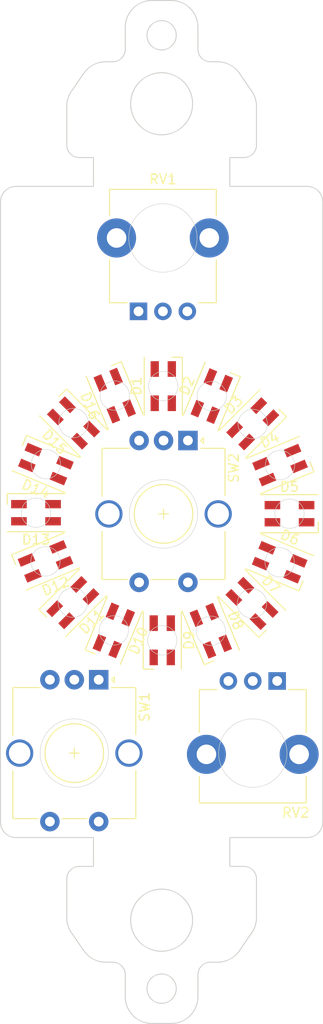
<source format=kicad_pcb>
(kicad_pcb (version 20171130) (host pcbnew "(5.1.5-0-10_14)")

  (general
    (thickness 1.6)
    (drawings 94)
    (tracks 0)
    (zones 0)
    (modules 20)
    (nets 29)
  )

  (page A4)
  (layers
    (0 F.Cu signal)
    (31 B.Cu signal)
    (32 B.Adhes user)
    (33 F.Adhes user)
    (34 B.Paste user)
    (35 F.Paste user)
    (36 B.SilkS user)
    (37 F.SilkS user)
    (38 B.Mask user)
    (39 F.Mask user)
    (40 Dwgs.User user)
    (41 Cmts.User user)
    (42 Eco1.User user)
    (43 Eco2.User user)
    (44 Edge.Cuts user)
    (45 Margin user)
    (46 B.CrtYd user hide)
    (47 F.CrtYd user hide)
    (48 B.Fab user hide)
    (49 F.Fab user hide)
  )

  (setup
    (last_trace_width 0.127)
    (trace_clearance 0.1016)
    (zone_clearance 0.508)
    (zone_45_only no)
    (trace_min 0.0889)
    (via_size 0.8)
    (via_drill 0.4)
    (via_min_size 0.4)
    (via_min_drill 0.3)
    (uvia_size 0.3)
    (uvia_drill 0.1)
    (uvias_allowed no)
    (uvia_min_size 0.2)
    (uvia_min_drill 0.1)
    (edge_width 0.05)
    (segment_width 0.2)
    (pcb_text_width 0.3)
    (pcb_text_size 1.5 1.5)
    (mod_edge_width 0.12)
    (mod_text_size 1 1)
    (mod_text_width 0.15)
    (pad_size 1.524 1.524)
    (pad_drill 0.762)
    (pad_to_mask_clearance 0.051)
    (solder_mask_min_width 0.25)
    (aux_axis_origin 197.7898 97.947429)
    (grid_origin 140.195487 90.830974)
    (visible_elements FFFFFF7F)
    (pcbplotparams
      (layerselection 0x010fc_ffffffff)
      (usegerberextensions false)
      (usegerberattributes false)
      (usegerberadvancedattributes false)
      (creategerberjobfile false)
      (excludeedgelayer true)
      (linewidth 0.050000)
      (plotframeref false)
      (viasonmask false)
      (mode 1)
      (useauxorigin false)
      (hpglpennumber 1)
      (hpglpenspeed 20)
      (hpglpendiameter 15.000000)
      (psnegative false)
      (psa4output false)
      (plotreference true)
      (plotvalue true)
      (plotinvisibletext false)
      (padsonsilk false)
      (subtractmaskfromsilk false)
      (outputformat 4)
      (mirror false)
      (drillshape 2)
      (scaleselection 1)
      (outputdirectory "gerber"))
  )

  (net 0 "")
  (net 1 GNDD)
  (net 2 +5V)
  (net 3 "Net-(D1-Pad2)")
  (net 4 "Net-(D2-Pad2)")
  (net 5 "Net-(D3-Pad2)")
  (net 6 "Net-(D4-Pad2)")
  (net 7 "Net-(D5-Pad2)")
  (net 8 "Net-(D6-Pad2)")
  (net 9 "Net-(D7-Pad2)")
  (net 10 "Net-(D8-Pad2)")
  (net 11 "Net-(D10-Pad4)")
  (net 12 "Net-(D10-Pad2)")
  (net 13 "Net-(D11-Pad2)")
  (net 14 "Net-(D12-Pad2)")
  (net 15 "Net-(D13-Pad2)")
  (net 16 "Net-(D14-Pad2)")
  (net 17 "Net-(D15-Pad2)")
  (net 18 "Net-(D16-Pad2)")
  (net 19 +3V3)
  (net 20 /GPIO32_PREVIEW)
  (net 21 /GPIO15_SPEED)
  (net 22 /GPIO16_BRIGHT)
  (net 23 "Net-(R1-Pad2)")
  (net 24 "Net-(R2-Pad2)")
  (net 25 "Net-(R3-Pad2)")
  (net 26 "Net-(R4-Pad2)")
  (net 27 "Net-(R10-Pad2)")
  (net 28 "Net-(R11-Pad2)")

  (net_class Default "This is the default net class."
    (clearance 0.1016)
    (trace_width 0.127)
    (via_dia 0.8)
    (via_drill 0.4)
    (uvia_dia 0.3)
    (uvia_drill 0.1)
    (add_net /GPIO15_SPEED)
    (add_net /GPIO16_BRIGHT)
    (add_net /GPIO32_PREVIEW)
    (add_net "Net-(D1-Pad2)")
    (add_net "Net-(D10-Pad2)")
    (add_net "Net-(D10-Pad4)")
    (add_net "Net-(D11-Pad2)")
    (add_net "Net-(D12-Pad2)")
    (add_net "Net-(D13-Pad2)")
    (add_net "Net-(D14-Pad2)")
    (add_net "Net-(D15-Pad2)")
    (add_net "Net-(D16-Pad2)")
    (add_net "Net-(D2-Pad2)")
    (add_net "Net-(D3-Pad2)")
    (add_net "Net-(D4-Pad2)")
    (add_net "Net-(D5-Pad2)")
    (add_net "Net-(D6-Pad2)")
    (add_net "Net-(D7-Pad2)")
    (add_net "Net-(D8-Pad2)")
    (add_net "Net-(R1-Pad2)")
    (add_net "Net-(R10-Pad2)")
    (add_net "Net-(R11-Pad2)")
    (add_net "Net-(R2-Pad2)")
    (add_net "Net-(R3-Pad2)")
    (add_net "Net-(R4-Pad2)")
  )

  (net_class Power ""
    (clearance 0.2)
    (trace_width 0.5)
    (via_dia 1.016)
    (via_drill 0.4)
    (uvia_dia 0.3)
    (uvia_drill 0.1)
    (add_net +3V3)
    (add_net +5V)
    (add_net GNDD)
  )

  (module Rotary_Encoder:RotaryEncoder_Alps_EC12E-Switch_Vertical_H20mm_CircularMountingHoles (layer F.Cu) (tedit 5A64F967) (tstamp 5E105558)
    (at 138.551587 119.868843 270)
    (descr "Alps rotary encoder, EC12E... with switch, vertical shaft, mounting holes with circular drills, http://www.alps.com/prod/info/E/HTML/Encoder/Incremental/EC12E/EC12E1240405.html & http://cdn-reichelt.de/documents/datenblatt/F100/402097STEC12E08.PDF")
    (tags "rotary encoder")
    (path /5E2ABEA9)
    (fp_text reference SW1 (at 2.8 -4.7 90) (layer F.SilkS)
      (effects (font (size 1 1) (thickness 0.15)))
    )
    (fp_text value Mode_Encoder (at 7.5 10.4 90) (layer F.Fab)
      (effects (font (size 1 1) (thickness 0.15)))
    )
    (fp_circle (center 7.5 2.5) (end 10.5 2.5) (layer F.Fab) (width 0.12))
    (fp_circle (center 7.5 2.5) (end 10.5 2.5) (layer F.SilkS) (width 0.12))
    (fp_line (start 16 10) (end -1.5 10) (layer F.CrtYd) (width 0.05))
    (fp_line (start 16 10) (end 16 -5) (layer F.CrtYd) (width 0.05))
    (fp_line (start -1.5 -5) (end -1.5 10) (layer F.CrtYd) (width 0.05))
    (fp_line (start -1.5 -5) (end 16 -5) (layer F.CrtYd) (width 0.05))
    (fp_line (start 1.9 -3.7) (end 14.1 -3.7) (layer F.Fab) (width 0.12))
    (fp_line (start 14.1 -3.7) (end 14.1 8.7) (layer F.Fab) (width 0.12))
    (fp_line (start 14.1 8.7) (end 0.9 8.7) (layer F.Fab) (width 0.12))
    (fp_line (start 0.9 8.7) (end 0.9 -2.6) (layer F.Fab) (width 0.12))
    (fp_line (start 0.9 -2.6) (end 1.9 -3.7) (layer F.Fab) (width 0.12))
    (fp_line (start 9.3 -3.8) (end 14.2 -3.8) (layer F.SilkS) (width 0.12))
    (fp_line (start 14.2 8.8) (end 9.3 8.8) (layer F.SilkS) (width 0.12))
    (fp_line (start 5.7 8.8) (end 0.8 8.8) (layer F.SilkS) (width 0.12))
    (fp_line (start 0.8 8.8) (end 0.8 6) (layer F.SilkS) (width 0.12))
    (fp_line (start 5.6 -3.8) (end 0.8 -3.8) (layer F.SilkS) (width 0.12))
    (fp_line (start 0.8 -3.8) (end 0.8 -1.3) (layer F.SilkS) (width 0.12))
    (fp_line (start 0 -1.3) (end -0.3 -1.6) (layer F.SilkS) (width 0.12))
    (fp_line (start -0.3 -1.6) (end 0.3 -1.6) (layer F.SilkS) (width 0.12))
    (fp_line (start 0.3 -1.6) (end 0 -1.3) (layer F.SilkS) (width 0.12))
    (fp_line (start 7.5 -0.5) (end 7.5 5.5) (layer F.Fab) (width 0.12))
    (fp_line (start 4.5 2.5) (end 10.5 2.5) (layer F.Fab) (width 0.12))
    (fp_line (start 14.2 -3.8) (end 14.2 -1.2) (layer F.SilkS) (width 0.12))
    (fp_line (start 14.2 1.2) (end 14.2 3.8) (layer F.SilkS) (width 0.12))
    (fp_line (start 14.2 6.2) (end 14.2 8.8) (layer F.SilkS) (width 0.12))
    (fp_line (start 7.5 2) (end 7.5 3) (layer F.SilkS) (width 0.12))
    (fp_line (start 7 2.5) (end 8 2.5) (layer F.SilkS) (width 0.12))
    (fp_text user %R (at 11.5 6.6 90) (layer F.Fab)
      (effects (font (size 1 1) (thickness 0.15)))
    )
    (pad A thru_hole rect (at 0 0 270) (size 2 2) (drill 1) (layers *.Cu *.Mask)
      (net 23 "Net-(R1-Pad2)"))
    (pad C thru_hole circle (at 0 2.5 270) (size 2 2) (drill 1) (layers *.Cu *.Mask)
      (net 1 GNDD))
    (pad B thru_hole circle (at 0 5 270) (size 2 2) (drill 1) (layers *.Cu *.Mask)
      (net 24 "Net-(R2-Pad2)"))
    (pad MP thru_hole circle (at 7.5 -3.1 270) (size 2.8 2.8) (drill 2.2) (layers *.Cu *.Mask))
    (pad MP thru_hole circle (at 7.5 8.1 270) (size 2.8 2.8) (drill 2.2) (layers *.Cu *.Mask))
    (pad S1 thru_hole circle (at 14.5 0 270) (size 2 2) (drill 1) (layers *.Cu *.Mask)
      (net 1 GNDD))
    (pad S2 thru_hole circle (at 14.5 5 270) (size 2 2) (drill 1) (layers *.Cu *.Mask)
      (net 27 "Net-(R10-Pad2)"))
    (model ${KISYS3DMOD}/Rotary_Encoder.3dshapes/RotaryEncoder_Alps_EC12E-Switch_Vertical_H20mm_CircularMountingHoles.wrl
      (at (xyz 0 0 0))
      (scale (xyz 1 1 1))
      (rotate (xyz 0 0 0))
    )
  )

  (module LED_SMD:LED_SK6812MINI_PLCC4_3.5x3.5mm_P1.75mm (layer F.Cu) (tedit 5AA4B22F) (tstamp 5DAE1105)
    (at 135.969624 93.628387 135)
    (descr https://cdn-shop.adafruit.com/product-files/2686/SK6812MINI_REV.01-1-2.pdf)
    (tags "LED RGB NeoPixel Mini")
    (path /5DB65B9F)
    (attr smd)
    (fp_text reference D15 (at 0 -2.75 135) (layer F.SilkS)
      (effects (font (size 1 1) (thickness 0.15)))
    )
    (fp_text value WS2812B (at 0 3.25 135) (layer F.Fab)
      (effects (font (size 1 1) (thickness 0.15)))
    )
    (fp_circle (center 0 0) (end 0 -1.5) (layer F.Fab) (width 0.1))
    (fp_line (start 2.95 1.95) (end 2.95 0.875) (layer F.SilkS) (width 0.12))
    (fp_line (start -2.95 1.95) (end 2.95 1.95) (layer F.SilkS) (width 0.12))
    (fp_line (start -2.95 -1.95) (end 2.95 -1.95) (layer F.SilkS) (width 0.12))
    (fp_line (start 1.75 -1.75) (end -1.75 -1.75) (layer F.Fab) (width 0.1))
    (fp_line (start 1.75 1.75) (end 1.75 -1.75) (layer F.Fab) (width 0.1))
    (fp_line (start -1.75 1.75) (end 1.75 1.75) (layer F.Fab) (width 0.1))
    (fp_line (start -1.75 -1.75) (end -1.75 1.75) (layer F.Fab) (width 0.1))
    (fp_line (start 1.75 0.75) (end 0.75 1.75) (layer F.Fab) (width 0.1))
    (fp_line (start -2.8 -2) (end -2.8 2) (layer F.CrtYd) (width 0.05))
    (fp_line (start -2.8 2) (end 2.8 2) (layer F.CrtYd) (width 0.05))
    (fp_line (start 2.8 2) (end 2.8 -2) (layer F.CrtYd) (width 0.05))
    (fp_line (start 2.8 -2) (end -2.8 -2) (layer F.CrtYd) (width 0.05))
    (fp_text user %R (at 0 0 135) (layer F.Fab)
      (effects (font (size 0.5 0.5) (thickness 0.1)))
    )
    (fp_text user 1 (at -3.5 -0.875 135) (layer F.SilkS) hide
      (effects (font (size 1 1) (thickness 0.15)))
    )
    (pad 1 smd rect (at -1.75 -0.875 135) (size 1.6 0.85) (layers F.Cu F.Paste F.Mask)
      (net 2 +5V))
    (pad 2 smd rect (at -1.75 0.875 135) (size 1.6 0.85) (layers F.Cu F.Paste F.Mask)
      (net 17 "Net-(D15-Pad2)"))
    (pad 4 smd rect (at 1.75 -0.875 135) (size 1.6 0.85) (layers F.Cu F.Paste F.Mask)
      (net 16 "Net-(D14-Pad2)"))
    (pad 3 smd rect (at 1.75 0.875 135) (size 1.6 0.85) (layers F.Cu F.Paste F.Mask)
      (net 1 GNDD))
    (model ${KISYS3DMOD}/LED_SMD.3dshapes/LED_SK6812MINI_PLCC4_3.5x3.5mm_P1.75mm.wrl
      (at (xyz 0 0 0))
      (scale (xyz 1 1 1))
      (rotate (xyz 0 0 0))
    )
  )

  (module LED_SMD:LED_SK6812MINI_PLCC4_3.5x3.5mm_P1.75mm (layer F.Cu) (tedit 5AA4B22F) (tstamp 5E03B2FF)
    (at 145.16795 89.863313 90)
    (descr https://cdn-shop.adafruit.com/product-files/2686/SK6812MINI_REV.01-1-2.pdf)
    (tags "LED RGB NeoPixel Mini")
    (path /5DB39DEB)
    (attr smd)
    (fp_text reference D1 (at 0 -2.75 90) (layer F.SilkS)
      (effects (font (size 1 1) (thickness 0.15)))
    )
    (fp_text value WS2812B (at 0 3.25 90) (layer F.Fab)
      (effects (font (size 1 1) (thickness 0.15)))
    )
    (fp_circle (center 0 0) (end 0 -1.5) (layer F.Fab) (width 0.1))
    (fp_line (start 2.95 1.95) (end 2.95 0.875) (layer F.SilkS) (width 0.12))
    (fp_line (start -2.95 1.95) (end 2.95 1.95) (layer F.SilkS) (width 0.12))
    (fp_line (start -2.95 -1.95) (end 2.95 -1.95) (layer F.SilkS) (width 0.12))
    (fp_line (start 1.75 -1.75) (end -1.75 -1.75) (layer F.Fab) (width 0.1))
    (fp_line (start 1.75 1.75) (end 1.75 -1.75) (layer F.Fab) (width 0.1))
    (fp_line (start -1.75 1.75) (end 1.75 1.75) (layer F.Fab) (width 0.1))
    (fp_line (start -1.75 -1.75) (end -1.75 1.75) (layer F.Fab) (width 0.1))
    (fp_line (start 1.75 0.75) (end 0.75 1.75) (layer F.Fab) (width 0.1))
    (fp_line (start -2.8 -2) (end -2.8 2) (layer F.CrtYd) (width 0.05))
    (fp_line (start -2.8 2) (end 2.8 2) (layer F.CrtYd) (width 0.05))
    (fp_line (start 2.8 2) (end 2.8 -2) (layer F.CrtYd) (width 0.05))
    (fp_line (start 2.8 -2) (end -2.8 -2) (layer F.CrtYd) (width 0.05))
    (fp_text user %R (at 0 0 90) (layer F.Fab)
      (effects (font (size 0.5 0.5) (thickness 0.1)))
    )
    (fp_text user 1 (at -3.5 -0.875 90) (layer F.SilkS) hide
      (effects (font (size 1 1) (thickness 0.15)))
    )
    (pad 1 smd rect (at -1.75 -0.875 90) (size 1.6 0.85) (layers F.Cu F.Paste F.Mask)
      (net 2 +5V))
    (pad 2 smd rect (at -1.75 0.875 90) (size 1.6 0.85) (layers F.Cu F.Paste F.Mask)
      (net 3 "Net-(D1-Pad2)"))
    (pad 4 smd rect (at 1.75 -0.875 90) (size 1.6 0.85) (layers F.Cu F.Paste F.Mask)
      (net 20 /GPIO32_PREVIEW))
    (pad 3 smd rect (at 1.75 0.875 90) (size 1.6 0.85) (layers F.Cu F.Paste F.Mask)
      (net 1 GNDD))
    (model ${KISYS3DMOD}/LED_SMD.3dshapes/LED_SK6812MINI_PLCC4_3.5x3.5mm_P1.75mm.wrl
      (at (xyz 0 0 0))
      (scale (xyz 1 1 1))
      (rotate (xyz 0 0 0))
    )
  )

  (module LED_SMD:LED_SK6812MINI_PLCC4_3.5x3.5mm_P1.75mm (layer F.Cu) (tedit 5AA4B22F) (tstamp 5DAE111C)
    (at 140.195487 90.830974 112.5)
    (descr https://cdn-shop.adafruit.com/product-files/2686/SK6812MINI_REV.01-1-2.pdf)
    (tags "LED RGB NeoPixel Mini")
    (path /5DB65BA5)
    (attr smd)
    (fp_text reference D16 (at 0 -2.75 112.5) (layer F.SilkS)
      (effects (font (size 1 1) (thickness 0.15)))
    )
    (fp_text value WS2812B (at 0 3.25 112.5) (layer F.Fab)
      (effects (font (size 1 1) (thickness 0.15)))
    )
    (fp_circle (center 0 0) (end 0 -1.5) (layer F.Fab) (width 0.1))
    (fp_line (start 2.95 1.95) (end 2.95 0.875) (layer F.SilkS) (width 0.12))
    (fp_line (start -2.95 1.95) (end 2.95 1.95) (layer F.SilkS) (width 0.12))
    (fp_line (start -2.95 -1.95) (end 2.95 -1.95) (layer F.SilkS) (width 0.12))
    (fp_line (start 1.75 -1.75) (end -1.75 -1.75) (layer F.Fab) (width 0.1))
    (fp_line (start 1.75 1.75) (end 1.75 -1.75) (layer F.Fab) (width 0.1))
    (fp_line (start -1.75 1.75) (end 1.75 1.75) (layer F.Fab) (width 0.1))
    (fp_line (start -1.75 -1.75) (end -1.75 1.75) (layer F.Fab) (width 0.1))
    (fp_line (start 1.75 0.75) (end 0.75 1.75) (layer F.Fab) (width 0.1))
    (fp_line (start -2.8 -2) (end -2.8 2) (layer F.CrtYd) (width 0.05))
    (fp_line (start -2.8 2) (end 2.8 2) (layer F.CrtYd) (width 0.05))
    (fp_line (start 2.8 2) (end 2.8 -2) (layer F.CrtYd) (width 0.05))
    (fp_line (start 2.8 -2) (end -2.8 -2) (layer F.CrtYd) (width 0.05))
    (fp_text user %R (at 0 0 112.5) (layer F.Fab)
      (effects (font (size 0.5 0.5) (thickness 0.1)))
    )
    (fp_text user 1 (at -3.499999 -0.875 112.5) (layer F.SilkS) hide
      (effects (font (size 1 1) (thickness 0.15)))
    )
    (pad 1 smd rect (at -1.75 -0.875 112.5) (size 1.6 0.85) (layers F.Cu F.Paste F.Mask)
      (net 2 +5V))
    (pad 2 smd rect (at -1.75 0.875 112.5) (size 1.6 0.85) (layers F.Cu F.Paste F.Mask)
      (net 18 "Net-(D16-Pad2)"))
    (pad 4 smd rect (at 1.75 -0.875 112.5) (size 1.6 0.85) (layers F.Cu F.Paste F.Mask)
      (net 17 "Net-(D15-Pad2)"))
    (pad 3 smd rect (at 1.75 0.875 112.5) (size 1.6 0.85) (layers F.Cu F.Paste F.Mask)
      (net 1 GNDD))
    (model ${KISYS3DMOD}/LED_SMD.3dshapes/LED_SK6812MINI_PLCC4_3.5x3.5mm_P1.75mm.wrl
      (at (xyz 0 0 0))
      (scale (xyz 1 1 1))
      (rotate (xyz 0 0 0))
    )
  )

  (module LED_SMD:LED_SK6812MINI_PLCC4_3.5x3.5mm_P1.75mm (layer F.Cu) (tedit 5AA4B22F) (tstamp 5DAE0FF1)
    (at 154.335796 93.712207 45)
    (descr https://cdn-shop.adafruit.com/product-files/2686/SK6812MINI_REV.01-1-2.pdf)
    (tags "LED RGB NeoPixel Mini")
    (path /5DB3E16D)
    (attr smd)
    (fp_text reference D3 (at 0 -2.75 45) (layer F.SilkS)
      (effects (font (size 1 1) (thickness 0.15)))
    )
    (fp_text value WS2812B (at 0 3.25 45) (layer F.Fab)
      (effects (font (size 1 1) (thickness 0.15)))
    )
    (fp_circle (center 0 0) (end 0 -1.5) (layer F.Fab) (width 0.1))
    (fp_line (start 2.95 1.95) (end 2.95 0.875) (layer F.SilkS) (width 0.12))
    (fp_line (start -2.95 1.95) (end 2.95 1.95) (layer F.SilkS) (width 0.12))
    (fp_line (start -2.95 -1.95) (end 2.95 -1.95) (layer F.SilkS) (width 0.12))
    (fp_line (start 1.75 -1.75) (end -1.75 -1.75) (layer F.Fab) (width 0.1))
    (fp_line (start 1.75 1.75) (end 1.75 -1.75) (layer F.Fab) (width 0.1))
    (fp_line (start -1.75 1.75) (end 1.75 1.75) (layer F.Fab) (width 0.1))
    (fp_line (start -1.75 -1.75) (end -1.75 1.75) (layer F.Fab) (width 0.1))
    (fp_line (start 1.75 0.75) (end 0.75 1.75) (layer F.Fab) (width 0.1))
    (fp_line (start -2.8 -2) (end -2.8 2) (layer F.CrtYd) (width 0.05))
    (fp_line (start -2.8 2) (end 2.8 2) (layer F.CrtYd) (width 0.05))
    (fp_line (start 2.8 2) (end 2.8 -2) (layer F.CrtYd) (width 0.05))
    (fp_line (start 2.8 -2) (end -2.8 -2) (layer F.CrtYd) (width 0.05))
    (fp_text user %R (at 0 0 45) (layer F.Fab)
      (effects (font (size 0.5 0.5) (thickness 0.1)))
    )
    (fp_text user 1 (at -3.5 -0.875 45) (layer F.SilkS) hide
      (effects (font (size 1 1) (thickness 0.15)))
    )
    (pad 1 smd rect (at -1.75 -0.875 45) (size 1.6 0.85) (layers F.Cu F.Paste F.Mask)
      (net 2 +5V))
    (pad 2 smd rect (at -1.75 0.875 45) (size 1.6 0.85) (layers F.Cu F.Paste F.Mask)
      (net 5 "Net-(D3-Pad2)"))
    (pad 4 smd rect (at 1.75 -0.875 45) (size 1.6 0.85) (layers F.Cu F.Paste F.Mask)
      (net 4 "Net-(D2-Pad2)"))
    (pad 3 smd rect (at 1.75 0.875 45) (size 1.6 0.85) (layers F.Cu F.Paste F.Mask)
      (net 1 GNDD))
    (model ${KISYS3DMOD}/LED_SMD.3dshapes/LED_SK6812MINI_PLCC4_3.5x3.5mm_P1.75mm.wrl
      (at (xyz 0 0 0))
      (scale (xyz 1 1 1))
      (rotate (xyz 0 0 0))
    )
  )

  (module LED_SMD:LED_SK6812MINI_PLCC4_3.5x3.5mm_P1.75mm (layer F.Cu) (tedit 5AA4B22F) (tstamp 5E009DCB)
    (at 150.135333 90.879234 67.5)
    (descr https://cdn-shop.adafruit.com/product-files/2686/SK6812MINI_REV.01-1-2.pdf)
    (tags "LED RGB NeoPixel Mini")
    (path /5DB3D90F)
    (attr smd)
    (fp_text reference D2 (at 0 -2.75 67.5) (layer F.SilkS)
      (effects (font (size 1 1) (thickness 0.15)))
    )
    (fp_text value WS2812B (at 0 3.25 67.5) (layer F.Fab)
      (effects (font (size 1 1) (thickness 0.15)))
    )
    (fp_circle (center 0 0) (end 0 -1.5) (layer F.Fab) (width 0.1))
    (fp_line (start 2.95 1.95) (end 2.95 0.875) (layer F.SilkS) (width 0.12))
    (fp_line (start -2.95 1.95) (end 2.95 1.95) (layer F.SilkS) (width 0.12))
    (fp_line (start -2.95 -1.95) (end 2.95 -1.95) (layer F.SilkS) (width 0.12))
    (fp_line (start 1.75 -1.75) (end -1.75 -1.75) (layer F.Fab) (width 0.1))
    (fp_line (start 1.75 1.75) (end 1.75 -1.75) (layer F.Fab) (width 0.1))
    (fp_line (start -1.75 1.75) (end 1.75 1.75) (layer F.Fab) (width 0.1))
    (fp_line (start -1.75 -1.75) (end -1.75 1.75) (layer F.Fab) (width 0.1))
    (fp_line (start 1.75 0.75) (end 0.75 1.75) (layer F.Fab) (width 0.1))
    (fp_line (start -2.8 -2) (end -2.8 2) (layer F.CrtYd) (width 0.05))
    (fp_line (start -2.8 2) (end 2.8 2) (layer F.CrtYd) (width 0.05))
    (fp_line (start 2.8 2) (end 2.8 -2) (layer F.CrtYd) (width 0.05))
    (fp_line (start 2.8 -2) (end -2.8 -2) (layer F.CrtYd) (width 0.05))
    (fp_text user %R (at 0 0 67.5) (layer F.Fab)
      (effects (font (size 0.5 0.5) (thickness 0.1)))
    )
    (fp_text user 1 (at -3.5 -0.875001 67.5) (layer F.SilkS) hide
      (effects (font (size 1 1) (thickness 0.15)))
    )
    (pad 1 smd rect (at -1.75 -0.875 67.5) (size 1.6 0.85) (layers F.Cu F.Paste F.Mask)
      (net 2 +5V))
    (pad 2 smd rect (at -1.75 0.875 67.5) (size 1.6 0.85) (layers F.Cu F.Paste F.Mask)
      (net 4 "Net-(D2-Pad2)"))
    (pad 4 smd rect (at 1.75 -0.875 67.5) (size 1.6 0.85) (layers F.Cu F.Paste F.Mask)
      (net 3 "Net-(D1-Pad2)"))
    (pad 3 smd rect (at 1.75 0.875 67.5) (size 1.6 0.85) (layers F.Cu F.Paste F.Mask)
      (net 1 GNDD))
    (model ${KISYS3DMOD}/LED_SMD.3dshapes/LED_SK6812MINI_PLCC4_3.5x3.5mm_P1.75mm.wrl
      (at (xyz 0 0 0))
      (scale (xyz 1 1 1))
      (rotate (xyz 0 0 0))
    )
  )

  (module Potentiometer_THT:Potentiometer_TT_P0915N (layer F.Cu) (tedit 5A873D33) (tstamp 5DAE17DC)
    (at 156.839587 119.995843 180)
    (descr http://www.ttelectronics.com/sites/default/files/download-files/Datasheet_PanelPot_P09xSeries.pdf)
    (tags "potentiometer vertical TT P0915N single")
    (path /5DB1EC9A)
    (fp_text reference RV2 (at -1.905 -13.462) (layer F.SilkS)
      (effects (font (size 1 1) (thickness 0.15)))
    )
    (fp_text value Bright_Pot (at 2.5 2) (layer F.Fab)
      (effects (font (size 1 1) (thickness 0.15)))
    )
    (fp_line (start 7.97 -12.47) (end 7.97 -9.75) (layer F.SilkS) (width 0.12))
    (fp_line (start 7.97 -5.25) (end 7.97 -0.88) (layer F.SilkS) (width 0.12))
    (fp_line (start -2.97 -5.25) (end -2.97 -0.88) (layer F.SilkS) (width 0.12))
    (fp_line (start 9.5 -5.25) (end 9.5 -9.75) (layer F.CrtYd) (width 0.05))
    (fp_line (start 9.5 -5.25) (end 8.1 -5.25) (layer F.CrtYd) (width 0.05))
    (fp_line (start 9.5 -9.75) (end 8.1 -9.75) (layer F.CrtYd) (width 0.05))
    (fp_line (start 8.1 -9.75) (end 8.1 -12.6) (layer F.CrtYd) (width 0.05))
    (fp_line (start 8.1 -0.75) (end 8.1 -5.25) (layer F.CrtYd) (width 0.05))
    (fp_line (start -3.1 -5.25) (end -4.5 -5.25) (layer F.CrtYd) (width 0.05))
    (fp_line (start -3.1 -0.75) (end -3.1 -5.25) (layer F.CrtYd) (width 0.05))
    (fp_line (start -4.5 -5.25) (end -4.5 -9.75) (layer F.CrtYd) (width 0.05))
    (fp_line (start -3.1 -9.75) (end -4.5 -9.75) (layer F.CrtYd) (width 0.05))
    (fp_line (start 6.15 1.15) (end -1.15 1.15) (layer F.CrtYd) (width 0.05))
    (fp_line (start -1.15 1.15) (end -1.15 -0.75) (layer F.CrtYd) (width 0.05))
    (fp_line (start -1.15 -0.75) (end -3.1 -0.75) (layer F.CrtYd) (width 0.05))
    (fp_line (start 6.15 1.15) (end 6.15 -0.75) (layer F.CrtYd) (width 0.05))
    (fp_line (start -1.15 -0.88) (end -2.97 -0.88) (layer F.SilkS) (width 0.12))
    (fp_text user %R (at 2.5 -7.5) (layer F.Fab)
      (effects (font (size 1 1) (thickness 0.15)))
    )
    (fp_line (start 7.85 -12.35) (end 7.85 -1) (layer F.Fab) (width 0.1))
    (fp_line (start 7.85 -1) (end -2.85 -1) (layer F.Fab) (width 0.1))
    (fp_line (start -2.85 -1) (end -2.85 -12.35) (layer F.Fab) (width 0.1))
    (fp_line (start -2.85 -12.35) (end 7.85 -12.35) (layer F.Fab) (width 0.1))
    (fp_circle (center 2.5 -7.5) (end 5.5 -7.5) (layer F.Fab) (width 0.12))
    (fp_line (start 7.97 -12.47) (end -2.97 -12.47) (layer F.SilkS) (width 0.12))
    (fp_line (start -2.97 -12.47) (end -2.97 -9.75) (layer F.SilkS) (width 0.12))
    (fp_line (start 7.97 -0.88) (end 6.15 -0.88) (layer F.SilkS) (width 0.12))
    (fp_line (start -3.1 -12.6) (end 8.1 -12.6) (layer F.CrtYd) (width 0.05))
    (fp_line (start 8.1 -0.75) (end 6.15 -0.75) (layer F.CrtYd) (width 0.05))
    (fp_line (start -3.1 -9.75) (end -3.1 -12.6) (layer F.CrtYd) (width 0.05))
    (pad 1 thru_hole rect (at 0 0 180) (size 1.8 1.8) (drill 1) (layers *.Cu *.Mask)
      (net 1 GNDD))
    (pad 2 thru_hole circle (at 2.5 0 180) (size 1.8 1.8) (drill 1) (layers *.Cu *.Mask)
      (net 22 /GPIO16_BRIGHT))
    (pad 3 thru_hole circle (at 5 0 180) (size 1.8 1.8) (drill 1) (layers *.Cu *.Mask)
      (net 19 +3V3))
    (pad "" thru_hole oval (at -2.25 -7.5 180) (size 4 4) (drill 2) (layers *.Cu *.Mask))
    (pad "" thru_hole oval (at 7.25 -7.5 180) (size 4 4) (drill 2) (layers *.Cu *.Mask))
    (model ${KISYS3DMOD}/Potentiometer_THT.3dshapes/Potentiometer_TT_P0915N.wrl
      (at (xyz 0 0 0))
      (scale (xyz 1 1 1))
      (rotate (xyz 0 0 0))
    )
  )

  (module Potentiometer_THT:Potentiometer_TT_P0915N (layer F.Cu) (tedit 5A873D33) (tstamp 5E0ED474)
    (at 142.631587 82.221014)
    (descr http://www.ttelectronics.com/sites/default/files/download-files/Datasheet_PanelPot_P09xSeries.pdf)
    (tags "potentiometer vertical TT P0915N single")
    (path /5DB2A214)
    (fp_text reference RV1 (at 2.5 -13.5) (layer F.SilkS)
      (effects (font (size 1 1) (thickness 0.15)))
    )
    (fp_text value Speed_Pot (at 2.5 2) (layer F.Fab)
      (effects (font (size 1 1) (thickness 0.15)))
    )
    (fp_line (start 7.97 -12.47) (end 7.97 -9.75) (layer F.SilkS) (width 0.12))
    (fp_line (start 7.97 -5.25) (end 7.97 -0.88) (layer F.SilkS) (width 0.12))
    (fp_line (start -2.97 -5.25) (end -2.97 -0.88) (layer F.SilkS) (width 0.12))
    (fp_line (start 9.5 -5.25) (end 9.5 -9.75) (layer F.CrtYd) (width 0.05))
    (fp_line (start 9.5 -5.25) (end 8.1 -5.25) (layer F.CrtYd) (width 0.05))
    (fp_line (start 9.5 -9.75) (end 8.1 -9.75) (layer F.CrtYd) (width 0.05))
    (fp_line (start 8.1 -9.75) (end 8.1 -12.6) (layer F.CrtYd) (width 0.05))
    (fp_line (start 8.1 -0.75) (end 8.1 -5.25) (layer F.CrtYd) (width 0.05))
    (fp_line (start -3.1 -5.25) (end -4.5 -5.25) (layer F.CrtYd) (width 0.05))
    (fp_line (start -3.1 -0.75) (end -3.1 -5.25) (layer F.CrtYd) (width 0.05))
    (fp_line (start -4.5 -5.25) (end -4.5 -9.75) (layer F.CrtYd) (width 0.05))
    (fp_line (start -3.1 -9.75) (end -4.5 -9.75) (layer F.CrtYd) (width 0.05))
    (fp_line (start 6.15 1.15) (end -1.15 1.15) (layer F.CrtYd) (width 0.05))
    (fp_line (start -1.15 1.15) (end -1.15 -0.75) (layer F.CrtYd) (width 0.05))
    (fp_line (start -1.15 -0.75) (end -3.1 -0.75) (layer F.CrtYd) (width 0.05))
    (fp_line (start 6.15 1.15) (end 6.15 -0.75) (layer F.CrtYd) (width 0.05))
    (fp_line (start -1.15 -0.88) (end -2.97 -0.88) (layer F.SilkS) (width 0.12))
    (fp_text user %R (at 2.5 -7.5) (layer F.Fab)
      (effects (font (size 1 1) (thickness 0.15)))
    )
    (fp_line (start 7.85 -12.35) (end 7.85 -1) (layer F.Fab) (width 0.1))
    (fp_line (start 7.85 -1) (end -2.85 -1) (layer F.Fab) (width 0.1))
    (fp_line (start -2.85 -1) (end -2.85 -12.35) (layer F.Fab) (width 0.1))
    (fp_line (start -2.85 -12.35) (end 7.85 -12.35) (layer F.Fab) (width 0.1))
    (fp_circle (center 2.5 -7.5) (end 5.5 -7.5) (layer F.Fab) (width 0.12))
    (fp_line (start 7.97 -12.47) (end -2.97 -12.47) (layer F.SilkS) (width 0.12))
    (fp_line (start -2.97 -12.47) (end -2.97 -9.75) (layer F.SilkS) (width 0.12))
    (fp_line (start 7.97 -0.88) (end 6.15 -0.88) (layer F.SilkS) (width 0.12))
    (fp_line (start -3.1 -12.6) (end 8.1 -12.6) (layer F.CrtYd) (width 0.05))
    (fp_line (start 8.1 -0.75) (end 6.15 -0.75) (layer F.CrtYd) (width 0.05))
    (fp_line (start -3.1 -9.75) (end -3.1 -12.6) (layer F.CrtYd) (width 0.05))
    (pad 1 thru_hole rect (at 0 0) (size 1.8 1.8) (drill 1) (layers *.Cu *.Mask)
      (net 1 GNDD))
    (pad 2 thru_hole circle (at 2.5 0) (size 1.8 1.8) (drill 1) (layers *.Cu *.Mask)
      (net 21 /GPIO15_SPEED))
    (pad 3 thru_hole circle (at 5 0) (size 1.8 1.8) (drill 1) (layers *.Cu *.Mask)
      (net 19 +3V3))
    (pad "" thru_hole oval (at -2.25 -7.5) (size 4 4) (drill 2) (layers *.Cu *.Mask))
    (pad "" thru_hole oval (at 7.25 -7.5) (size 4 4) (drill 2) (layers *.Cu *.Mask))
    (model ${KISYS3DMOD}/Potentiometer_THT.3dshapes/Potentiometer_TT_P0915N.wrl
      (at (xyz 0 0 0))
      (scale (xyz 1 1 1))
      (rotate (xyz 0 0 0))
    )
  )

  (module Rotary_Encoder:RotaryEncoder_Alps_EC12E-Switch_Vertical_H20mm_CircularMountingHoles (layer F.Cu) (tedit 5A64F967) (tstamp 5E10557F)
    (at 147.695587 95.421343 270)
    (descr "Alps rotary encoder, EC12E... with switch, vertical shaft, mounting holes with circular drills, http://www.alps.com/prod/info/E/HTML/Encoder/Incremental/EC12E/EC12E1240405.html & http://cdn-reichelt.de/documents/datenblatt/F100/402097STEC12E08.PDF")
    (tags "rotary encoder")
    (path /5E2ADF54)
    (fp_text reference SW2 (at 2.8 -4.7 90) (layer F.SilkS)
      (effects (font (size 1 1) (thickness 0.15)))
    )
    (fp_text value Color_Encoder (at 7.5 10.4 90) (layer F.Fab)
      (effects (font (size 1 1) (thickness 0.15)))
    )
    (fp_circle (center 7.5 2.5) (end 10.5 2.5) (layer F.Fab) (width 0.12))
    (fp_circle (center 7.5 2.5) (end 10.5 2.5) (layer F.SilkS) (width 0.12))
    (fp_line (start 16 10) (end -1.5 10) (layer F.CrtYd) (width 0.05))
    (fp_line (start 16 10) (end 16 -5) (layer F.CrtYd) (width 0.05))
    (fp_line (start -1.5 -5) (end -1.5 10) (layer F.CrtYd) (width 0.05))
    (fp_line (start -1.5 -5) (end 16 -5) (layer F.CrtYd) (width 0.05))
    (fp_line (start 1.9 -3.7) (end 14.1 -3.7) (layer F.Fab) (width 0.12))
    (fp_line (start 14.1 -3.7) (end 14.1 8.7) (layer F.Fab) (width 0.12))
    (fp_line (start 14.1 8.7) (end 0.9 8.7) (layer F.Fab) (width 0.12))
    (fp_line (start 0.9 8.7) (end 0.9 -2.6) (layer F.Fab) (width 0.12))
    (fp_line (start 0.9 -2.6) (end 1.9 -3.7) (layer F.Fab) (width 0.12))
    (fp_line (start 9.3 -3.8) (end 14.2 -3.8) (layer F.SilkS) (width 0.12))
    (fp_line (start 14.2 8.8) (end 9.3 8.8) (layer F.SilkS) (width 0.12))
    (fp_line (start 5.7 8.8) (end 0.8 8.8) (layer F.SilkS) (width 0.12))
    (fp_line (start 0.8 8.8) (end 0.8 6) (layer F.SilkS) (width 0.12))
    (fp_line (start 5.6 -3.8) (end 0.8 -3.8) (layer F.SilkS) (width 0.12))
    (fp_line (start 0.8 -3.8) (end 0.8 -1.3) (layer F.SilkS) (width 0.12))
    (fp_line (start 0 -1.3) (end -0.3 -1.6) (layer F.SilkS) (width 0.12))
    (fp_line (start -0.3 -1.6) (end 0.3 -1.6) (layer F.SilkS) (width 0.12))
    (fp_line (start 0.3 -1.6) (end 0 -1.3) (layer F.SilkS) (width 0.12))
    (fp_line (start 7.5 -0.5) (end 7.5 5.5) (layer F.Fab) (width 0.12))
    (fp_line (start 4.5 2.5) (end 10.5 2.5) (layer F.Fab) (width 0.12))
    (fp_line (start 14.2 -3.8) (end 14.2 -1.2) (layer F.SilkS) (width 0.12))
    (fp_line (start 14.2 1.2) (end 14.2 3.8) (layer F.SilkS) (width 0.12))
    (fp_line (start 14.2 6.2) (end 14.2 8.8) (layer F.SilkS) (width 0.12))
    (fp_line (start 7.5 2) (end 7.5 3) (layer F.SilkS) (width 0.12))
    (fp_line (start 7 2.5) (end 8 2.5) (layer F.SilkS) (width 0.12))
    (fp_text user %R (at 11.5 6.6 90) (layer F.Fab)
      (effects (font (size 1 1) (thickness 0.15)))
    )
    (pad A thru_hole rect (at 0 0 270) (size 2 2) (drill 1) (layers *.Cu *.Mask)
      (net 26 "Net-(R4-Pad2)"))
    (pad C thru_hole circle (at 0 2.5 270) (size 2 2) (drill 1) (layers *.Cu *.Mask)
      (net 1 GNDD))
    (pad B thru_hole circle (at 0 5 270) (size 2 2) (drill 1) (layers *.Cu *.Mask)
      (net 25 "Net-(R3-Pad2)"))
    (pad MP thru_hole circle (at 7.5 -3.1 270) (size 2.8 2.8) (drill 2.2) (layers *.Cu *.Mask))
    (pad MP thru_hole circle (at 7.5 8.1 270) (size 2.8 2.8) (drill 2.2) (layers *.Cu *.Mask))
    (pad S1 thru_hole circle (at 14.5 0 270) (size 2 2) (drill 1) (layers *.Cu *.Mask)
      (net 28 "Net-(R11-Pad2)"))
    (pad S2 thru_hole circle (at 14.5 5 270) (size 2 2) (drill 1) (layers *.Cu *.Mask)
      (net 1 GNDD))
    (model ${KISYS3DMOD}/Rotary_Encoder.3dshapes/RotaryEncoder_Alps_EC12E-Switch_Vertical_H20mm_CircularMountingHoles.wrl
      (at (xyz 0 0 0))
      (scale (xyz 1 1 1))
      (rotate (xyz 0 0 0))
    )
  )

  (module LED_SMD:LED_SK6812MINI_PLCC4_3.5x3.5mm_P1.75mm (layer F.Cu) (tedit 5AA4B22F) (tstamp 5DAE10EE)
    (at 133.139191 97.83139 157.5)
    (descr https://cdn-shop.adafruit.com/product-files/2686/SK6812MINI_REV.01-1-2.pdf)
    (tags "LED RGB NeoPixel Mini")
    (path /5DB65B99)
    (attr smd)
    (fp_text reference D14 (at 0 -2.75 157.5) (layer F.SilkS)
      (effects (font (size 1 1) (thickness 0.15)))
    )
    (fp_text value WS2812B (at 0 3.25 157.5) (layer F.Fab)
      (effects (font (size 1 1) (thickness 0.15)))
    )
    (fp_circle (center 0 0) (end 0 -1.5) (layer F.Fab) (width 0.1))
    (fp_line (start 2.95 1.95) (end 2.95 0.875) (layer F.SilkS) (width 0.12))
    (fp_line (start -2.95 1.95) (end 2.95 1.95) (layer F.SilkS) (width 0.12))
    (fp_line (start -2.95 -1.95) (end 2.95 -1.95) (layer F.SilkS) (width 0.12))
    (fp_line (start 1.75 -1.75) (end -1.75 -1.75) (layer F.Fab) (width 0.1))
    (fp_line (start 1.75 1.75) (end 1.75 -1.75) (layer F.Fab) (width 0.1))
    (fp_line (start -1.75 1.75) (end 1.75 1.75) (layer F.Fab) (width 0.1))
    (fp_line (start -1.75 -1.75) (end -1.75 1.75) (layer F.Fab) (width 0.1))
    (fp_line (start 1.75 0.75) (end 0.75 1.75) (layer F.Fab) (width 0.1))
    (fp_line (start -2.8 -2) (end -2.8 2) (layer F.CrtYd) (width 0.05))
    (fp_line (start -2.8 2) (end 2.8 2) (layer F.CrtYd) (width 0.05))
    (fp_line (start 2.8 2) (end 2.8 -2) (layer F.CrtYd) (width 0.05))
    (fp_line (start 2.8 -2) (end -2.8 -2) (layer F.CrtYd) (width 0.05))
    (fp_text user %R (at 0 0 157.5) (layer F.Fab)
      (effects (font (size 0.5 0.5) (thickness 0.1)))
    )
    (fp_text user 1 (at -3.5 -0.875001 157.5) (layer F.SilkS) hide
      (effects (font (size 1 1) (thickness 0.15)))
    )
    (pad 1 smd rect (at -1.75 -0.875 157.5) (size 1.6 0.85) (layers F.Cu F.Paste F.Mask)
      (net 2 +5V))
    (pad 2 smd rect (at -1.75 0.875 157.5) (size 1.6 0.85) (layers F.Cu F.Paste F.Mask)
      (net 16 "Net-(D14-Pad2)"))
    (pad 4 smd rect (at 1.75 -0.875 157.5) (size 1.6 0.85) (layers F.Cu F.Paste F.Mask)
      (net 15 "Net-(D13-Pad2)"))
    (pad 3 smd rect (at 1.75 0.875 157.5) (size 1.6 0.85) (layers F.Cu F.Paste F.Mask)
      (net 1 GNDD))
    (model ${KISYS3DMOD}/LED_SMD.3dshapes/LED_SK6812MINI_PLCC4_3.5x3.5mm_P1.75mm.wrl
      (at (xyz 0 0 0))
      (scale (xyz 1 1 1))
      (rotate (xyz 0 0 0))
    )
  )

  (module LED_SMD:LED_SK6812MINI_PLCC4_3.5x3.5mm_P1.75mm (layer F.Cu) (tedit 5AA4B22F) (tstamp 5DAE10D7)
    (at 132.12835 102.798773 180)
    (descr https://cdn-shop.adafruit.com/product-files/2686/SK6812MINI_REV.01-1-2.pdf)
    (tags "LED RGB NeoPixel Mini")
    (path /5DB65B93)
    (attr smd)
    (fp_text reference D13 (at 0 -2.75 180) (layer F.SilkS)
      (effects (font (size 1 1) (thickness 0.15)))
    )
    (fp_text value WS2812B (at 0 3.25 180) (layer F.Fab)
      (effects (font (size 1 1) (thickness 0.15)))
    )
    (fp_circle (center 0 0) (end 0 -1.5) (layer F.Fab) (width 0.1))
    (fp_line (start 2.95 1.95) (end 2.95 0.875) (layer F.SilkS) (width 0.12))
    (fp_line (start -2.95 1.95) (end 2.95 1.95) (layer F.SilkS) (width 0.12))
    (fp_line (start -2.95 -1.95) (end 2.95 -1.95) (layer F.SilkS) (width 0.12))
    (fp_line (start 1.75 -1.75) (end -1.75 -1.75) (layer F.Fab) (width 0.1))
    (fp_line (start 1.75 1.75) (end 1.75 -1.75) (layer F.Fab) (width 0.1))
    (fp_line (start -1.75 1.75) (end 1.75 1.75) (layer F.Fab) (width 0.1))
    (fp_line (start -1.75 -1.75) (end -1.75 1.75) (layer F.Fab) (width 0.1))
    (fp_line (start 1.75 0.75) (end 0.75 1.75) (layer F.Fab) (width 0.1))
    (fp_line (start -2.8 -2) (end -2.8 2) (layer F.CrtYd) (width 0.05))
    (fp_line (start -2.8 2) (end 2.8 2) (layer F.CrtYd) (width 0.05))
    (fp_line (start 2.8 2) (end 2.8 -2) (layer F.CrtYd) (width 0.05))
    (fp_line (start 2.8 -2) (end -2.8 -2) (layer F.CrtYd) (width 0.05))
    (fp_text user %R (at 0 0 180) (layer F.Fab)
      (effects (font (size 0.5 0.5) (thickness 0.1)))
    )
    (fp_text user 1 (at -3.5 -0.875 180) (layer F.SilkS) hide
      (effects (font (size 1 1) (thickness 0.15)))
    )
    (pad 1 smd rect (at -1.75 -0.875 180) (size 1.6 0.85) (layers F.Cu F.Paste F.Mask)
      (net 2 +5V))
    (pad 2 smd rect (at -1.75 0.875 180) (size 1.6 0.85) (layers F.Cu F.Paste F.Mask)
      (net 15 "Net-(D13-Pad2)"))
    (pad 4 smd rect (at 1.75 -0.875 180) (size 1.6 0.85) (layers F.Cu F.Paste F.Mask)
      (net 14 "Net-(D12-Pad2)"))
    (pad 3 smd rect (at 1.75 0.875 180) (size 1.6 0.85) (layers F.Cu F.Paste F.Mask)
      (net 1 GNDD))
    (model ${KISYS3DMOD}/LED_SMD.3dshapes/LED_SK6812MINI_PLCC4_3.5x3.5mm_P1.75mm.wrl
      (at (xyz 0 0 0))
      (scale (xyz 1 1 1))
      (rotate (xyz 0 0 0))
    )
  )

  (module LED_SMD:LED_SK6812MINI_PLCC4_3.5x3.5mm_P1.75mm (layer F.Cu) (tedit 5AA4B22F) (tstamp 5DAE10C0)
    (at 133.098551 107.771236 202.5)
    (descr https://cdn-shop.adafruit.com/product-files/2686/SK6812MINI_REV.01-1-2.pdf)
    (tags "LED RGB NeoPixel Mini")
    (path /5DB65B8D)
    (attr smd)
    (fp_text reference D12 (at 0 -2.75 202.5) (layer F.SilkS)
      (effects (font (size 1 1) (thickness 0.15)))
    )
    (fp_text value WS2812B (at 0 3.25 202.5) (layer F.Fab)
      (effects (font (size 1 1) (thickness 0.15)))
    )
    (fp_circle (center 0 0) (end 0 -1.5) (layer F.Fab) (width 0.1))
    (fp_line (start 2.95 1.95) (end 2.95 0.875) (layer F.SilkS) (width 0.12))
    (fp_line (start -2.95 1.95) (end 2.95 1.95) (layer F.SilkS) (width 0.12))
    (fp_line (start -2.95 -1.95) (end 2.95 -1.95) (layer F.SilkS) (width 0.12))
    (fp_line (start 1.75 -1.75) (end -1.75 -1.75) (layer F.Fab) (width 0.1))
    (fp_line (start 1.75 1.75) (end 1.75 -1.75) (layer F.Fab) (width 0.1))
    (fp_line (start -1.75 1.75) (end 1.75 1.75) (layer F.Fab) (width 0.1))
    (fp_line (start -1.75 -1.75) (end -1.75 1.75) (layer F.Fab) (width 0.1))
    (fp_line (start 1.75 0.75) (end 0.75 1.75) (layer F.Fab) (width 0.1))
    (fp_line (start -2.8 -2) (end -2.8 2) (layer F.CrtYd) (width 0.05))
    (fp_line (start -2.8 2) (end 2.8 2) (layer F.CrtYd) (width 0.05))
    (fp_line (start 2.8 2) (end 2.8 -2) (layer F.CrtYd) (width 0.05))
    (fp_line (start 2.8 -2) (end -2.8 -2) (layer F.CrtYd) (width 0.05))
    (fp_text user %R (at 0 0 202.5) (layer F.Fab)
      (effects (font (size 0.5 0.5) (thickness 0.1)))
    )
    (fp_text user 1 (at 3.421522 -0.215829 202.5) (layer F.SilkS) hide
      (effects (font (size 1 1) (thickness 0.15)))
    )
    (pad 1 smd rect (at -1.75 -0.875 202.5) (size 1.6 0.85) (layers F.Cu F.Paste F.Mask)
      (net 2 +5V))
    (pad 2 smd rect (at -1.75 0.875 202.5) (size 1.6 0.85) (layers F.Cu F.Paste F.Mask)
      (net 14 "Net-(D12-Pad2)"))
    (pad 4 smd rect (at 1.75 -0.875 202.5) (size 1.6 0.85) (layers F.Cu F.Paste F.Mask)
      (net 13 "Net-(D11-Pad2)"))
    (pad 3 smd rect (at 1.75 0.875 202.5) (size 1.6 0.85) (layers F.Cu F.Paste F.Mask)
      (net 1 GNDD))
    (model ${KISYS3DMOD}/LED_SMD.3dshapes/LED_SK6812MINI_PLCC4_3.5x3.5mm_P1.75mm.wrl
      (at (xyz 0 0 0))
      (scale (xyz 1 1 1))
      (rotate (xyz 0 0 0))
    )
  )

  (module LED_SMD:LED_SK6812MINI_PLCC4_3.5x3.5mm_P1.75mm (layer F.Cu) (tedit 5AA4B22F) (tstamp 5DAE10A9)
    (at 135.895964 111.989479 225)
    (descr https://cdn-shop.adafruit.com/product-files/2686/SK6812MINI_REV.01-1-2.pdf)
    (tags "LED RGB NeoPixel Mini")
    (path /5DB65B87)
    (attr smd)
    (fp_text reference D11 (at 0 -2.75 225) (layer F.SilkS)
      (effects (font (size 1 1) (thickness 0.15)))
    )
    (fp_text value WS2812B (at 0 3.25 225) (layer F.Fab)
      (effects (font (size 1 1) (thickness 0.15)))
    )
    (fp_circle (center 0 0) (end 0 -1.5) (layer F.Fab) (width 0.1))
    (fp_line (start 2.95 1.95) (end 2.95 0.875) (layer F.SilkS) (width 0.12))
    (fp_line (start -2.95 1.95) (end 2.95 1.95) (layer F.SilkS) (width 0.12))
    (fp_line (start -2.95 -1.95) (end 2.95 -1.95) (layer F.SilkS) (width 0.12))
    (fp_line (start 1.75 -1.75) (end -1.75 -1.75) (layer F.Fab) (width 0.1))
    (fp_line (start 1.75 1.75) (end 1.75 -1.75) (layer F.Fab) (width 0.1))
    (fp_line (start -1.75 1.75) (end 1.75 1.75) (layer F.Fab) (width 0.1))
    (fp_line (start -1.75 -1.75) (end -1.75 1.75) (layer F.Fab) (width 0.1))
    (fp_line (start 1.75 0.75) (end 0.75 1.75) (layer F.Fab) (width 0.1))
    (fp_line (start -2.8 -2) (end -2.8 2) (layer F.CrtYd) (width 0.05))
    (fp_line (start -2.8 2) (end 2.8 2) (layer F.CrtYd) (width 0.05))
    (fp_line (start 2.8 2) (end 2.8 -2) (layer F.CrtYd) (width 0.05))
    (fp_line (start 2.8 -2) (end -2.8 -2) (layer F.CrtYd) (width 0.05))
    (fp_text user %R (at 0 0 225) (layer F.Fab)
      (effects (font (size 0.5 0.5) (thickness 0.1)))
    )
    (fp_text user 1 (at 3.392741 -0.05927 225) (layer F.SilkS) hide
      (effects (font (size 1 1) (thickness 0.15)))
    )
    (pad 1 smd rect (at -1.75 -0.875 225) (size 1.6 0.85) (layers F.Cu F.Paste F.Mask)
      (net 2 +5V))
    (pad 2 smd rect (at -1.75 0.875 225) (size 1.6 0.85) (layers F.Cu F.Paste F.Mask)
      (net 13 "Net-(D11-Pad2)"))
    (pad 4 smd rect (at 1.75 -0.875 225) (size 1.6 0.85) (layers F.Cu F.Paste F.Mask)
      (net 12 "Net-(D10-Pad2)"))
    (pad 3 smd rect (at 1.75 0.875 225) (size 1.6 0.85) (layers F.Cu F.Paste F.Mask)
      (net 1 GNDD))
    (model ${KISYS3DMOD}/LED_SMD.3dshapes/LED_SK6812MINI_PLCC4_3.5x3.5mm_P1.75mm.wrl
      (at (xyz 0 0 0))
      (scale (xyz 1 1 1))
      (rotate (xyz 0 0 0))
    )
  )

  (module LED_SMD:LED_SK6812MINI_PLCC4_3.5x3.5mm_P1.75mm (layer F.Cu) (tedit 5AA4B22F) (tstamp 5DAE1092)
    (at 140.096427 114.827532 247.5)
    (descr https://cdn-shop.adafruit.com/product-files/2686/SK6812MINI_REV.01-1-2.pdf)
    (tags "LED RGB NeoPixel Mini")
    (path /5DB65B81)
    (attr smd)
    (fp_text reference D10 (at 0 -2.75 247.5) (layer F.SilkS)
      (effects (font (size 1 1) (thickness 0.15)))
    )
    (fp_text value WS2812B (at 0 3.25 247.5) (layer F.Fab)
      (effects (font (size 1 1) (thickness 0.15)))
    )
    (fp_circle (center 0 0) (end 0 -1.5) (layer F.Fab) (width 0.1))
    (fp_line (start 2.95 1.95) (end 2.95 0.875) (layer F.SilkS) (width 0.12))
    (fp_line (start -2.95 1.95) (end 2.95 1.95) (layer F.SilkS) (width 0.12))
    (fp_line (start -2.95 -1.95) (end 2.95 -1.95) (layer F.SilkS) (width 0.12))
    (fp_line (start 1.75 -1.75) (end -1.75 -1.75) (layer F.Fab) (width 0.1))
    (fp_line (start 1.75 1.75) (end 1.75 -1.75) (layer F.Fab) (width 0.1))
    (fp_line (start -1.75 1.75) (end 1.75 1.75) (layer F.Fab) (width 0.1))
    (fp_line (start -1.75 -1.75) (end -1.75 1.75) (layer F.Fab) (width 0.1))
    (fp_line (start 1.75 0.75) (end 0.75 1.75) (layer F.Fab) (width 0.1))
    (fp_line (start -2.8 -2) (end -2.8 2) (layer F.CrtYd) (width 0.05))
    (fp_line (start -2.8 2) (end 2.8 2) (layer F.CrtYd) (width 0.05))
    (fp_line (start 2.8 2) (end 2.8 -2) (layer F.CrtYd) (width 0.05))
    (fp_line (start 2.8 -2) (end -2.8 -2) (layer F.CrtYd) (width 0.05))
    (fp_text user %R (at 0 0 247.5) (layer F.Fab)
      (effects (font (size 0.5 0.5) (thickness 0.1)))
    )
    (fp_text user 1 (at 3.325333 -0.129227 247.5) (layer F.SilkS) hide
      (effects (font (size 1 1) (thickness 0.15)))
    )
    (pad 1 smd rect (at -1.75 -0.875 247.5) (size 1.6 0.85) (layers F.Cu F.Paste F.Mask)
      (net 2 +5V))
    (pad 2 smd rect (at -1.75 0.875 247.5) (size 1.6 0.85) (layers F.Cu F.Paste F.Mask)
      (net 12 "Net-(D10-Pad2)"))
    (pad 4 smd rect (at 1.75 -0.875 247.5) (size 1.6 0.85) (layers F.Cu F.Paste F.Mask)
      (net 11 "Net-(D10-Pad4)"))
    (pad 3 smd rect (at 1.75 0.875 247.5) (size 1.6 0.85) (layers F.Cu F.Paste F.Mask)
      (net 1 GNDD))
    (model ${KISYS3DMOD}/LED_SMD.3dshapes/LED_SK6812MINI_PLCC4_3.5x3.5mm_P1.75mm.wrl
      (at (xyz 0 0 0))
      (scale (xyz 1 1 1))
      (rotate (xyz 0 0 0))
    )
  )

  (module LED_SMD:LED_SK6812MINI_PLCC4_3.5x3.5mm_P1.75mm (layer F.Cu) (tedit 5AA4B22F) (tstamp 5DAE107B)
    (at 145.06381 115.838373 270)
    (descr https://cdn-shop.adafruit.com/product-files/2686/SK6812MINI_REV.01-1-2.pdf)
    (tags "LED RGB NeoPixel Mini")
    (path /5DB65B7B)
    (attr smd)
    (fp_text reference D9 (at 0 -2.75 270) (layer F.SilkS)
      (effects (font (size 1 1) (thickness 0.15)))
    )
    (fp_text value WS2812B (at 0 3.25 270) (layer F.Fab)
      (effects (font (size 1 1) (thickness 0.15)))
    )
    (fp_circle (center 0 0) (end 0 -1.5) (layer F.Fab) (width 0.1))
    (fp_line (start 2.95 1.95) (end 2.95 0.875) (layer F.SilkS) (width 0.12))
    (fp_line (start -2.95 1.95) (end 2.95 1.95) (layer F.SilkS) (width 0.12))
    (fp_line (start -2.95 -1.95) (end 2.95 -1.95) (layer F.SilkS) (width 0.12))
    (fp_line (start 1.75 -1.75) (end -1.75 -1.75) (layer F.Fab) (width 0.1))
    (fp_line (start 1.75 1.75) (end 1.75 -1.75) (layer F.Fab) (width 0.1))
    (fp_line (start -1.75 1.75) (end 1.75 1.75) (layer F.Fab) (width 0.1))
    (fp_line (start -1.75 -1.75) (end -1.75 1.75) (layer F.Fab) (width 0.1))
    (fp_line (start 1.75 0.75) (end 0.75 1.75) (layer F.Fab) (width 0.1))
    (fp_line (start -2.8 -2) (end -2.8 2) (layer F.CrtYd) (width 0.05))
    (fp_line (start -2.8 2) (end 2.8 2) (layer F.CrtYd) (width 0.05))
    (fp_line (start 2.8 2) (end 2.8 -2) (layer F.CrtYd) (width 0.05))
    (fp_line (start 2.8 -2) (end -2.8 -2) (layer F.CrtYd) (width 0.05))
    (fp_text user %R (at 0 0 270) (layer F.Fab)
      (effects (font (size 0.5 0.5) (thickness 0.1)))
    )
    (fp_text user 1 (at -3.5 -0.875 270) (layer F.SilkS) hide
      (effects (font (size 1 1) (thickness 0.15)))
    )
    (pad 1 smd rect (at -1.75 -0.875 270) (size 1.6 0.85) (layers F.Cu F.Paste F.Mask)
      (net 2 +5V))
    (pad 2 smd rect (at -1.75 0.875 270) (size 1.6 0.85) (layers F.Cu F.Paste F.Mask)
      (net 11 "Net-(D10-Pad4)"))
    (pad 4 smd rect (at 1.75 -0.875 270) (size 1.6 0.85) (layers F.Cu F.Paste F.Mask)
      (net 10 "Net-(D8-Pad2)"))
    (pad 3 smd rect (at 1.75 0.875 270) (size 1.6 0.85) (layers F.Cu F.Paste F.Mask)
      (net 1 GNDD))
    (model ${KISYS3DMOD}/LED_SMD.3dshapes/LED_SK6812MINI_PLCC4_3.5x3.5mm_P1.75mm.wrl
      (at (xyz 0 0 0))
      (scale (xyz 1 1 1))
      (rotate (xyz 0 0 0))
    )
  )

  (module LED_SMD:LED_SK6812MINI_PLCC4_3.5x3.5mm_P1.75mm (layer F.Cu) (tedit 5AA4B22F) (tstamp 5DAE1064)
    (at 150.038813 114.868172 292.5)
    (descr https://cdn-shop.adafruit.com/product-files/2686/SK6812MINI_REV.01-1-2.pdf)
    (tags "LED RGB NeoPixel Mini")
    (path /5DB481A6)
    (attr smd)
    (fp_text reference D8 (at 0 -2.75 292.5) (layer F.SilkS)
      (effects (font (size 1 1) (thickness 0.15)))
    )
    (fp_text value WS2812B (at 0 3.25 292.5) (layer F.Fab)
      (effects (font (size 1 1) (thickness 0.15)))
    )
    (fp_circle (center 0 0) (end 0 -1.5) (layer F.Fab) (width 0.1))
    (fp_line (start 2.95 1.95) (end 2.95 0.875) (layer F.SilkS) (width 0.12))
    (fp_line (start -2.95 1.95) (end 2.95 1.95) (layer F.SilkS) (width 0.12))
    (fp_line (start -2.95 -1.95) (end 2.95 -1.95) (layer F.SilkS) (width 0.12))
    (fp_line (start 1.75 -1.75) (end -1.75 -1.75) (layer F.Fab) (width 0.1))
    (fp_line (start 1.75 1.75) (end 1.75 -1.75) (layer F.Fab) (width 0.1))
    (fp_line (start -1.75 1.75) (end 1.75 1.75) (layer F.Fab) (width 0.1))
    (fp_line (start -1.75 -1.75) (end -1.75 1.75) (layer F.Fab) (width 0.1))
    (fp_line (start 1.75 0.75) (end 0.75 1.75) (layer F.Fab) (width 0.1))
    (fp_line (start -2.8 -2) (end -2.8 2) (layer F.CrtYd) (width 0.05))
    (fp_line (start -2.8 2) (end 2.8 2) (layer F.CrtYd) (width 0.05))
    (fp_line (start 2.8 2) (end 2.8 -2) (layer F.CrtYd) (width 0.05))
    (fp_line (start 2.8 -2) (end -2.8 -2) (layer F.CrtYd) (width 0.05))
    (fp_text user %R (at 0 0 292.5) (layer F.Fab)
      (effects (font (size 0.5 0.5) (thickness 0.1)))
    )
    (fp_text user 1 (at -3.499999 -0.875 292.5) (layer F.SilkS) hide
      (effects (font (size 1 1) (thickness 0.15)))
    )
    (pad 1 smd rect (at -1.75 -0.875 292.5) (size 1.6 0.85) (layers F.Cu F.Paste F.Mask)
      (net 2 +5V))
    (pad 2 smd rect (at -1.75 0.875 292.5) (size 1.6 0.85) (layers F.Cu F.Paste F.Mask)
      (net 10 "Net-(D8-Pad2)"))
    (pad 4 smd rect (at 1.75 -0.875 292.5) (size 1.6 0.85) (layers F.Cu F.Paste F.Mask)
      (net 9 "Net-(D7-Pad2)"))
    (pad 3 smd rect (at 1.75 0.875 292.5) (size 1.6 0.85) (layers F.Cu F.Paste F.Mask)
      (net 1 GNDD))
    (model ${KISYS3DMOD}/LED_SMD.3dshapes/LED_SK6812MINI_PLCC4_3.5x3.5mm_P1.75mm.wrl
      (at (xyz 0 0 0))
      (scale (xyz 1 1 1))
      (rotate (xyz 0 0 0))
    )
  )

  (module LED_SMD:LED_SK6812MINI_PLCC4_3.5x3.5mm_P1.75mm (layer F.Cu) (tedit 5AA4B22F) (tstamp 5DAE104D)
    (at 154.257056 112.073299 315)
    (descr https://cdn-shop.adafruit.com/product-files/2686/SK6812MINI_REV.01-1-2.pdf)
    (tags "LED RGB NeoPixel Mini")
    (path /5DB47885)
    (attr smd)
    (fp_text reference D7 (at 0 -2.75 315) (layer F.SilkS)
      (effects (font (size 1 1) (thickness 0.15)))
    )
    (fp_text value WS2812B (at 0 3.25 315) (layer F.Fab)
      (effects (font (size 1 1) (thickness 0.15)))
    )
    (fp_circle (center 0 0) (end 0 -1.5) (layer F.Fab) (width 0.1))
    (fp_line (start 2.95 1.95) (end 2.95 0.875) (layer F.SilkS) (width 0.12))
    (fp_line (start -2.95 1.95) (end 2.95 1.95) (layer F.SilkS) (width 0.12))
    (fp_line (start -2.95 -1.95) (end 2.95 -1.95) (layer F.SilkS) (width 0.12))
    (fp_line (start 1.75 -1.75) (end -1.75 -1.75) (layer F.Fab) (width 0.1))
    (fp_line (start 1.75 1.75) (end 1.75 -1.75) (layer F.Fab) (width 0.1))
    (fp_line (start -1.75 1.75) (end 1.75 1.75) (layer F.Fab) (width 0.1))
    (fp_line (start -1.75 -1.75) (end -1.75 1.75) (layer F.Fab) (width 0.1))
    (fp_line (start 1.75 0.75) (end 0.75 1.75) (layer F.Fab) (width 0.1))
    (fp_line (start -2.8 -2) (end -2.8 2) (layer F.CrtYd) (width 0.05))
    (fp_line (start -2.8 2) (end 2.8 2) (layer F.CrtYd) (width 0.05))
    (fp_line (start 2.8 2) (end 2.8 -2) (layer F.CrtYd) (width 0.05))
    (fp_line (start 2.8 -2) (end -2.8 -2) (layer F.CrtYd) (width 0.05))
    (fp_text user %R (at 0 0 315) (layer F.Fab)
      (effects (font (size 0.5 0.5) (thickness 0.1)))
    )
    (fp_text user e (at -3.5 -0.875 315) (layer F.SilkS) hide
      (effects (font (size 1 1) (thickness 0.15)))
    )
    (pad 1 smd rect (at -1.75 -0.875 315) (size 1.6 0.85) (layers F.Cu F.Paste F.Mask)
      (net 2 +5V))
    (pad 2 smd rect (at -1.75 0.875 315) (size 1.6 0.85) (layers F.Cu F.Paste F.Mask)
      (net 9 "Net-(D7-Pad2)"))
    (pad 4 smd rect (at 1.75 -0.875 315) (size 1.6 0.85) (layers F.Cu F.Paste F.Mask)
      (net 8 "Net-(D6-Pad2)"))
    (pad 3 smd rect (at 1.75 0.875 315) (size 1.6 0.85) (layers F.Cu F.Paste F.Mask)
      (net 1 GNDD))
    (model ${KISYS3DMOD}/LED_SMD.3dshapes/LED_SK6812MINI_PLCC4_3.5x3.5mm_P1.75mm.wrl
      (at (xyz 0 0 0))
      (scale (xyz 1 1 1))
      (rotate (xyz 0 0 0))
    )
  )

  (module LED_SMD:LED_SK6812MINI_PLCC4_3.5x3.5mm_P1.75mm (layer F.Cu) (tedit 5AA4B22F) (tstamp 5DAE1036)
    (at 157.095109 107.865216 337.5)
    (descr https://cdn-shop.adafruit.com/product-files/2686/SK6812MINI_REV.01-1-2.pdf)
    (tags "LED RGB NeoPixel Mini")
    (path /5DB46E05)
    (attr smd)
    (fp_text reference D6 (at 0 -2.75 337.5) (layer F.SilkS)
      (effects (font (size 1 1) (thickness 0.15)))
    )
    (fp_text value WS2812B (at 0 3.25 337.5) (layer F.Fab)
      (effects (font (size 1 1) (thickness 0.15)))
    )
    (fp_circle (center 0 0) (end 0 -1.5) (layer F.Fab) (width 0.1))
    (fp_line (start 2.95 1.95) (end 2.95 0.875) (layer F.SilkS) (width 0.12))
    (fp_line (start -2.95 1.95) (end 2.95 1.95) (layer F.SilkS) (width 0.12))
    (fp_line (start -2.95 -1.95) (end 2.95 -1.95) (layer F.SilkS) (width 0.12))
    (fp_line (start 1.75 -1.75) (end -1.75 -1.75) (layer F.Fab) (width 0.1))
    (fp_line (start 1.75 1.75) (end 1.75 -1.75) (layer F.Fab) (width 0.1))
    (fp_line (start -1.75 1.75) (end 1.75 1.75) (layer F.Fab) (width 0.1))
    (fp_line (start -1.75 -1.75) (end -1.75 1.75) (layer F.Fab) (width 0.1))
    (fp_line (start 1.75 0.75) (end 0.75 1.75) (layer F.Fab) (width 0.1))
    (fp_line (start -2.8 -2) (end -2.8 2) (layer F.CrtYd) (width 0.05))
    (fp_line (start -2.8 2) (end 2.8 2) (layer F.CrtYd) (width 0.05))
    (fp_line (start 2.8 2) (end 2.8 -2) (layer F.CrtYd) (width 0.05))
    (fp_line (start 2.8 -2) (end -2.8 -2) (layer F.CrtYd) (width 0.05))
    (fp_text user %R (at 0 0 337.5) (layer F.Fab)
      (effects (font (size 0.5 0.5) (thickness 0.1)))
    )
    (fp_text user 1 (at -3.5 -0.875001 337.5) (layer F.SilkS) hide
      (effects (font (size 1 1) (thickness 0.15)))
    )
    (pad 1 smd rect (at -1.75 -0.875 337.5) (size 1.6 0.85) (layers F.Cu F.Paste F.Mask)
      (net 2 +5V))
    (pad 2 smd rect (at -1.75 0.875 337.5) (size 1.6 0.85) (layers F.Cu F.Paste F.Mask)
      (net 8 "Net-(D6-Pad2)"))
    (pad 4 smd rect (at 1.75 -0.875 337.5) (size 1.6 0.85) (layers F.Cu F.Paste F.Mask)
      (net 7 "Net-(D5-Pad2)"))
    (pad 3 smd rect (at 1.75 0.875 337.5) (size 1.6 0.85) (layers F.Cu F.Paste F.Mask)
      (net 1 GNDD))
    (model ${KISYS3DMOD}/LED_SMD.3dshapes/LED_SK6812MINI_PLCC4_3.5x3.5mm_P1.75mm.wrl
      (at (xyz 0 0 0))
      (scale (xyz 1 1 1))
      (rotate (xyz 0 0 0))
    )
  )

  (module LED_SMD:LED_SK6812MINI_PLCC4_3.5x3.5mm_P1.75mm (layer F.Cu) (tedit 5AA4B22F) (tstamp 5DAE101F)
    (at 158.10341 102.900373)
    (descr https://cdn-shop.adafruit.com/product-files/2686/SK6812MINI_REV.01-1-2.pdf)
    (tags "LED RGB NeoPixel Mini")
    (path /5DB46580)
    (attr smd)
    (fp_text reference D5 (at 0 -2.75) (layer F.SilkS)
      (effects (font (size 1 1) (thickness 0.15)))
    )
    (fp_text value WS2812B (at 0 3.25) (layer F.Fab)
      (effects (font (size 1 1) (thickness 0.15)))
    )
    (fp_circle (center 0 0) (end 0 -1.5) (layer F.Fab) (width 0.1))
    (fp_line (start 2.95 1.95) (end 2.95 0.875) (layer F.SilkS) (width 0.12))
    (fp_line (start -2.95 1.95) (end 2.95 1.95) (layer F.SilkS) (width 0.12))
    (fp_line (start -2.95 -1.95) (end 2.95 -1.95) (layer F.SilkS) (width 0.12))
    (fp_line (start 1.75 -1.75) (end -1.75 -1.75) (layer F.Fab) (width 0.1))
    (fp_line (start 1.75 1.75) (end 1.75 -1.75) (layer F.Fab) (width 0.1))
    (fp_line (start -1.75 1.75) (end 1.75 1.75) (layer F.Fab) (width 0.1))
    (fp_line (start -1.75 -1.75) (end -1.75 1.75) (layer F.Fab) (width 0.1))
    (fp_line (start 1.75 0.75) (end 0.75 1.75) (layer F.Fab) (width 0.1))
    (fp_line (start -2.8 -2) (end -2.8 2) (layer F.CrtYd) (width 0.05))
    (fp_line (start -2.8 2) (end 2.8 2) (layer F.CrtYd) (width 0.05))
    (fp_line (start 2.8 2) (end 2.8 -2) (layer F.CrtYd) (width 0.05))
    (fp_line (start 2.8 -2) (end -2.8 -2) (layer F.CrtYd) (width 0.05))
    (fp_text user %R (at 0 0) (layer F.Fab)
      (effects (font (size 0.5 0.5) (thickness 0.1)))
    )
    (fp_text user 1 (at -3.5 -0.875) (layer F.SilkS) hide
      (effects (font (size 1 1) (thickness 0.15)))
    )
    (pad 1 smd rect (at -1.75 -0.875) (size 1.6 0.85) (layers F.Cu F.Paste F.Mask)
      (net 2 +5V))
    (pad 2 smd rect (at -1.75 0.875) (size 1.6 0.85) (layers F.Cu F.Paste F.Mask)
      (net 7 "Net-(D5-Pad2)"))
    (pad 4 smd rect (at 1.75 -0.875) (size 1.6 0.85) (layers F.Cu F.Paste F.Mask)
      (net 6 "Net-(D4-Pad2)"))
    (pad 3 smd rect (at 1.75 0.875) (size 1.6 0.85) (layers F.Cu F.Paste F.Mask)
      (net 1 GNDD))
    (model ${KISYS3DMOD}/LED_SMD.3dshapes/LED_SK6812MINI_PLCC4_3.5x3.5mm_P1.75mm.wrl
      (at (xyz 0 0 0))
      (scale (xyz 1 1 1))
      (rotate (xyz 0 0 0))
    )
  )

  (module LED_SMD:LED_SK6812MINI_PLCC4_3.5x3.5mm_P1.75mm (layer F.Cu) (tedit 5AA4B22F) (tstamp 5DAE1008)
    (at 157.133209 97.93045 22.5)
    (descr https://cdn-shop.adafruit.com/product-files/2686/SK6812MINI_REV.01-1-2.pdf)
    (tags "LED RGB NeoPixel Mini")
    (path /5DB3EA19)
    (attr smd)
    (fp_text reference D4 (at 0 -2.75 22.5) (layer F.SilkS)
      (effects (font (size 1 1) (thickness 0.15)))
    )
    (fp_text value WS2812B (at 0 3.25 22.5) (layer F.Fab)
      (effects (font (size 1 1) (thickness 0.15)))
    )
    (fp_circle (center 0 0) (end 0 -1.5) (layer F.Fab) (width 0.1))
    (fp_line (start 2.95 1.95) (end 2.95 0.875) (layer F.SilkS) (width 0.12))
    (fp_line (start -2.95 1.95) (end 2.95 1.95) (layer F.SilkS) (width 0.12))
    (fp_line (start -2.95 -1.95) (end 2.95 -1.95) (layer F.SilkS) (width 0.12))
    (fp_line (start 1.75 -1.75) (end -1.75 -1.75) (layer F.Fab) (width 0.1))
    (fp_line (start 1.75 1.75) (end 1.75 -1.75) (layer F.Fab) (width 0.1))
    (fp_line (start -1.75 1.75) (end 1.75 1.75) (layer F.Fab) (width 0.1))
    (fp_line (start -1.75 -1.75) (end -1.75 1.75) (layer F.Fab) (width 0.1))
    (fp_line (start 1.75 0.75) (end 0.75 1.75) (layer F.Fab) (width 0.1))
    (fp_line (start -2.8 -2) (end -2.8 2) (layer F.CrtYd) (width 0.05))
    (fp_line (start -2.8 2) (end 2.8 2) (layer F.CrtYd) (width 0.05))
    (fp_line (start 2.8 2) (end 2.8 -2) (layer F.CrtYd) (width 0.05))
    (fp_line (start 2.8 -2) (end -2.8 -2) (layer F.CrtYd) (width 0.05))
    (fp_text user %R (at 0 0 22.5) (layer F.Fab)
      (effects (font (size 0.5 0.5) (thickness 0.1)))
    )
    (fp_text user 1 (at -3.499999 -0.875 22.5) (layer F.SilkS) hide
      (effects (font (size 1 1) (thickness 0.15)))
    )
    (pad 1 smd rect (at -1.75 -0.875 22.5) (size 1.6 0.85) (layers F.Cu F.Paste F.Mask)
      (net 2 +5V))
    (pad 2 smd rect (at -1.75 0.875 22.5) (size 1.6 0.85) (layers F.Cu F.Paste F.Mask)
      (net 6 "Net-(D4-Pad2)"))
    (pad 4 smd rect (at 1.75 -0.875 22.5) (size 1.6 0.85) (layers F.Cu F.Paste F.Mask)
      (net 5 "Net-(D3-Pad2)"))
    (pad 3 smd rect (at 1.75 0.875 22.5) (size 1.6 0.85) (layers F.Cu F.Paste F.Mask)
      (net 1 GNDD))
    (model ${KISYS3DMOD}/LED_SMD.3dshapes/LED_SK6812MINI_PLCC4_3.5x3.5mm_P1.75mm.wrl
      (at (xyz 0 0 0))
      (scale (xyz 1 1 1))
      (rotate (xyz 0 0 0))
    )
  )

  (gr_curve (pts (xy 161.508622 134.41746) (xy 161.508622 134.41746) (xy 161.508622 71.031795) (xy 161.508622 71.031795)) (layer Edge.Cuts) (width 0.1))
  (gr_curve (pts (xy 159.927453 135.99863) (xy 160.800698 135.99863) (xy 161.508622 135.290706) (xy 161.508622 134.41746)) (layer Edge.Cuts) (width 0.1))
  (gr_curve (pts (xy 151.983622 135.99863) (xy 151.983622 135.99863) (xy 159.927453 135.99863) (xy 159.927453 135.99863)) (layer Edge.Cuts) (width 0.1))
  (gr_curve (pts (xy 151.983622 138.947847) (xy 151.983622 138.947847) (xy 151.983622 135.99863) (xy 151.983622 135.99863)) (layer Edge.Cuts) (width 0.1))
  (gr_curve (pts (xy 153.435816 138.947847) (xy 153.435816 138.947847) (xy 151.983622 138.947847) (xy 151.983622 138.947847)) (layer Edge.Cuts) (width 0.1))
  (gr_curve (pts (xy 154.71765 140.229681) (xy 154.71765 139.521757) (xy 154.14374 138.947847) (xy 153.435816 138.947847)) (layer Edge.Cuts) (width 0.1))
  (gr_curve (pts (xy 154.71765 144.180151) (xy 154.71765 144.180151) (xy 154.71765 140.229681) (xy 154.71765 140.229681)) (layer Edge.Cuts) (width 0.1))
  (gr_curve (pts (xy 154.232925 145.735288) (xy 154.548582 145.278124) (xy 154.71765 144.735715) (xy 154.71765 144.180151)) (layer Edge.Cuts) (width 0.1))
  (gr_curve (pts (xy 152.976068 147.555569) (xy 152.976068 147.555569) (xy 154.232925 145.735288) (xy 154.232925 145.735288)) (layer Edge.Cuts) (width 0.1))
  (gr_curve (pts (xy 150.723794 148.73743) (xy 151.623114 148.73743) (xy 152.465074 148.295619) (xy 152.976068 147.555569)) (layer Edge.Cuts) (width 0.1))
  (gr_curve (pts (xy 150.002262 148.73743) (xy 150.002262 148.73743) (xy 150.723794 148.73743) (xy 150.723794 148.73743)) (layer Edge.Cuts) (width 0.1))
  (gr_curve (pts (xy 148.720428 150.019264) (xy 148.720428 149.31134) (xy 149.294338 148.73743) (xy 150.002262 148.73743)) (layer Edge.Cuts) (width 0.1))
  (gr_curve (pts (xy 148.720428 152.265208) (xy 148.720428 152.265208) (xy 148.720428 150.019264) (xy 148.720428 150.019264)) (layer Edge.Cuts) (width 0.1))
  (gr_curve (pts (xy 145.9864 154.999236) (xy 147.496364 154.999236) (xy 148.720428 153.775172) (xy 148.720428 152.265208)) (layer Edge.Cuts) (width 0.1))
  (gr_curve (pts (xy 144.998627 154.999236) (xy 144.998627 154.999236) (xy 145.9864 154.999236) (xy 145.9864 154.999236)) (layer Edge.Cuts) (width 0.1))
  (gr_curve (pts (xy 144.010853 154.999236) (xy 144.010853 154.999236) (xy 144.998627 154.999236) (xy 144.998627 154.999236)) (layer Edge.Cuts) (width 0.1))
  (gr_curve (pts (xy 141.276825 152.265208) (xy 141.276825 153.775172) (xy 142.500889 154.999236) (xy 144.010853 154.999236)) (layer Edge.Cuts) (width 0.1))
  (gr_curve (pts (xy 141.276825 150.019264) (xy 141.276825 150.019264) (xy 141.276825 152.265208) (xy 141.276825 152.265208)) (layer Edge.Cuts) (width 0.1))
  (gr_curve (pts (xy 139.994991 148.73743) (xy 140.702915 148.73743) (xy 141.276825 149.31134) (xy 141.276825 150.019264)) (layer Edge.Cuts) (width 0.1))
  (gr_curve (pts (xy 139.273459 148.73743) (xy 139.273459 148.73743) (xy 139.994991 148.73743) (xy 139.994991 148.73743)) (layer Edge.Cuts) (width 0.1))
  (gr_curve (pts (xy 137.021185 147.555569) (xy 137.532179 148.295619) (xy 138.374139 148.73743) (xy 139.273459 148.73743)) (layer Edge.Cuts) (width 0.1))
  (gr_curve (pts (xy 135.764328 145.735288) (xy 135.764328 145.735288) (xy 137.021185 147.555569) (xy 137.021185 147.555569)) (layer Edge.Cuts) (width 0.1))
  (gr_curve (pts (xy 135.279603 144.180151) (xy 135.279603 144.735715) (xy 135.448671 145.278124) (xy 135.764328 145.735288)) (layer Edge.Cuts) (width 0.1))
  (gr_curve (pts (xy 135.279603 140.229681) (xy 135.279603 140.229681) (xy 135.279603 144.180151) (xy 135.279603 144.180151)) (layer Edge.Cuts) (width 0.1))
  (gr_curve (pts (xy 136.561437 138.947847) (xy 135.853513 138.947847) (xy 135.279603 139.521757) (xy 135.279603 140.229681)) (layer Edge.Cuts) (width 0.1))
  (gr_curve (pts (xy 138.013631 138.947847) (xy 138.013631 138.947847) (xy 136.561437 138.947847) (xy 136.561437 138.947847)) (layer Edge.Cuts) (width 0.1))
  (gr_curve (pts (xy 138.013631 135.99863) (xy 138.013631 135.99863) (xy 138.013631 138.947847) (xy 138.013631 138.947847)) (layer Edge.Cuts) (width 0.1))
  (gr_curve (pts (xy 130.0698 135.99863) (xy 130.0698 135.99863) (xy 138.013631 135.99863) (xy 138.013631 135.99863)) (layer Edge.Cuts) (width 0.1))
  (gr_curve (pts (xy 128.488631 134.41746) (xy 128.488631 135.290706) (xy 129.196555 135.99863) (xy 130.0698 135.99863)) (layer Edge.Cuts) (width 0.1))
  (gr_curve (pts (xy 128.488631 71.031795) (xy 128.488631 71.031795) (xy 128.488631 134.41746) (xy 128.488631 134.41746)) (layer Edge.Cuts) (width 0.1))
  (gr_curve (pts (xy 130.0698 69.450625) (xy 129.196555 69.450625) (xy 128.488631 70.158549) (xy 128.488631 71.031795)) (layer Edge.Cuts) (width 0.1))
  (gr_curve (pts (xy 138.013631 69.450625) (xy 138.013631 69.450625) (xy 130.0698 69.450625) (xy 130.0698 69.450625)) (layer Edge.Cuts) (width 0.1))
  (gr_curve (pts (xy 150.723794 56.711825) (xy 150.723794 56.711825) (xy 150.002262 56.711825) (xy 150.002262 56.711825)) (layer Edge.Cuts) (width 0.1))
  (gr_curve (pts (xy 152.976068 57.893686) (xy 152.465074 57.153636) (xy 151.623114 56.711825) (xy 150.723794 56.711825)) (layer Edge.Cuts) (width 0.1))
  (gr_curve (pts (xy 138.013631 66.501408) (xy 138.013631 66.501408) (xy 138.013631 69.450625) (xy 138.013631 69.450625)) (layer Edge.Cuts) (width 0.1))
  (gr_curve (pts (xy 136.561437 66.501408) (xy 136.561437 66.501408) (xy 138.013631 66.501408) (xy 138.013631 66.501408)) (layer Edge.Cuts) (width 0.1))
  (gr_curve (pts (xy 135.279603 65.219574) (xy 135.279603 65.927498) (xy 135.853513 66.501408) (xy 136.561437 66.501408)) (layer Edge.Cuts) (width 0.1))
  (gr_curve (pts (xy 135.279603 61.269104) (xy 135.279603 61.269104) (xy 135.279603 65.219574) (xy 135.279603 65.219574)) (layer Edge.Cuts) (width 0.1))
  (gr_curve (pts (xy 135.764328 59.713967) (xy 135.448671 60.171131) (xy 135.279603 60.71354) (xy 135.279603 61.269104)) (layer Edge.Cuts) (width 0.1))
  (gr_curve (pts (xy 137.021185 57.893686) (xy 137.021185 57.893686) (xy 135.764328 59.713967) (xy 135.764328 59.713967)) (layer Edge.Cuts) (width 0.1))
  (gr_curve (pts (xy 139.273459 56.711825) (xy 138.374139 56.711825) (xy 137.532179 57.153636) (xy 137.021185 57.893686)) (layer Edge.Cuts) (width 0.1))
  (gr_curve (pts (xy 139.994991 56.711825) (xy 139.994991 56.711825) (xy 139.273459 56.711825) (xy 139.273459 56.711825)) (layer Edge.Cuts) (width 0.1))
  (gr_curve (pts (xy 141.276825 55.429991) (xy 141.276825 56.137915) (xy 140.702915 56.711825) (xy 139.994991 56.711825)) (layer Edge.Cuts) (width 0.1))
  (gr_curve (pts (xy 141.276825 53.184047) (xy 141.276825 53.184047) (xy 141.276825 55.429991) (xy 141.276825 55.429991)) (layer Edge.Cuts) (width 0.1))
  (gr_curve (pts (xy 144.010853 50.450019) (xy 142.500889 50.450019) (xy 141.276825 51.674083) (xy 141.276825 53.184047)) (layer Edge.Cuts) (width 0.1))
  (gr_curve (pts (xy 144.998627 50.450019) (xy 144.998627 50.450019) (xy 144.010853 50.450019) (xy 144.010853 50.450019)) (layer Edge.Cuts) (width 0.1))
  (gr_curve (pts (xy 145.9864 50.450019) (xy 145.9864 50.450019) (xy 144.998627 50.450019) (xy 144.998627 50.450019)) (layer Edge.Cuts) (width 0.1))
  (gr_curve (pts (xy 148.720428 53.184047) (xy 148.720428 51.674083) (xy 147.496364 50.450019) (xy 145.9864 50.450019)) (layer Edge.Cuts) (width 0.1))
  (gr_curve (pts (xy 148.720428 55.429991) (xy 148.720428 55.429991) (xy 148.720428 53.184047) (xy 148.720428 53.184047)) (layer Edge.Cuts) (width 0.1))
  (gr_curve (pts (xy 150.002262 56.711825) (xy 149.294338 56.711825) (xy 148.720428 56.137915) (xy 148.720428 55.429991)) (layer Edge.Cuts) (width 0.1))
  (gr_curve (pts (xy 143.498632 54.007209) (xy 143.498632 53.178771) (xy 144.17021 52.507215) (xy 144.998627 52.507215)) (layer Edge.Cuts) (width 0.1))
  (gr_curve (pts (xy 144.998627 55.507182) (xy 144.17021 55.507182) (xy 143.498632 54.835626) (xy 143.498632 54.007209)) (layer Edge.Cuts) (width 0.1))
  (gr_curve (pts (xy 146.498621 54.007209) (xy 146.498621 54.835626) (xy 145.827064 55.507182) (xy 144.998627 55.507182)) (layer Edge.Cuts) (width 0.1))
  (gr_curve (pts (xy 144.998627 52.507215) (xy 145.827064 52.507215) (xy 146.498621 53.178771) (xy 146.498621 54.007209)) (layer Edge.Cuts) (width 0.1))
  (gr_curve (pts (xy 161.508622 71.031795) (xy 161.508622 70.158549) (xy 160.800698 69.450625) (xy 159.927453 69.450625)) (layer Edge.Cuts) (width 0.1))
  (gr_curve (pts (xy 154.71765 65.219574) (xy 154.71765 65.219574) (xy 154.71765 61.269104) (xy 154.71765 61.269104)) (layer Edge.Cuts) (width 0.1))
  (gr_curve (pts (xy 153.435816 66.501408) (xy 154.14374 66.501408) (xy 154.71765 65.927498) (xy 154.71765 65.219574)) (layer Edge.Cuts) (width 0.1))
  (gr_curve (pts (xy 154.232925 59.713967) (xy 154.232925 59.713967) (xy 152.976068 57.893686) (xy 152.976068 57.893686)) (layer Edge.Cuts) (width 0.1))
  (gr_curve (pts (xy 154.71765 61.269104) (xy 154.71765 60.71354) (xy 154.548582 60.171131) (xy 154.232925 59.713967)) (layer Edge.Cuts) (width 0.1))
  (gr_curve (pts (xy 144.998627 149.942073) (xy 145.827064 149.942073) (xy 146.498621 150.613629) (xy 146.498621 151.442046)) (layer Edge.Cuts) (width 0.1))
  (gr_curve (pts (xy 143.498632 151.442046) (xy 143.498632 150.613629) (xy 144.17021 149.942073) (xy 144.998627 149.942073)) (layer Edge.Cuts) (width 0.1))
  (gr_curve (pts (xy 144.998627 152.94204) (xy 144.17021 152.94204) (xy 143.498632 152.270484) (xy 143.498632 151.442046)) (layer Edge.Cuts) (width 0.1))
  (gr_curve (pts (xy 141.823648 144.445294) (xy 141.823648 142.691805) (xy 143.245137 141.270294) (xy 144.998627 141.270294)) (layer Edge.Cuts) (width 0.1))
  (gr_curve (pts (xy 144.998627 147.620294) (xy 143.245137 147.620294) (xy 141.823648 146.198783) (xy 141.823648 144.445294)) (layer Edge.Cuts) (width 0.1))
  (gr_curve (pts (xy 146.498621 151.442046) (xy 146.498621 152.270484) (xy 145.827064 152.94204) (xy 144.998627 152.94204)) (layer Edge.Cuts) (width 0.1))
  (gr_curve (pts (xy 159.927453 69.450625) (xy 159.927453 69.450625) (xy 151.983622 69.450625) (xy 151.983622 69.450625)) (layer Edge.Cuts) (width 0.1))
  (gr_curve (pts (xy 151.983622 66.501408) (xy 151.983622 66.501408) (xy 153.435816 66.501408) (xy 153.435816 66.501408)) (layer Edge.Cuts) (width 0.1))
  (gr_curve (pts (xy 151.983622 69.450625) (xy 151.983622 69.450625) (xy 151.983622 66.501408) (xy 151.983622 66.501408)) (layer Edge.Cuts) (width 0.1))
  (gr_curve (pts (xy 148.173648 61.003961) (xy 148.173648 62.75745) (xy 146.752137 64.178961) (xy 144.998627 64.178961)) (layer Edge.Cuts) (width 0.1))
  (gr_curve (pts (xy 144.998627 57.828961) (xy 146.752137 57.828961) (xy 148.173648 59.250472) (xy 148.173648 61.003961)) (layer Edge.Cuts) (width 0.1))
  (gr_curve (pts (xy 141.823648 61.003961) (xy 141.823648 59.250472) (xy 143.245137 57.828961) (xy 144.998627 57.828961)) (layer Edge.Cuts) (width 0.1))
  (gr_curve (pts (xy 144.998627 64.178961) (xy 143.245137 64.178961) (xy 141.823648 62.75745) (xy 141.823648 61.003961)) (layer Edge.Cuts) (width 0.1))
  (gr_curve (pts (xy 148.173648 144.445294) (xy 148.173648 146.198783) (xy 146.752137 147.620294) (xy 144.998627 147.620294)) (layer Edge.Cuts) (width 0.1))
  (gr_curve (pts (xy 144.998627 141.270294) (xy 146.752137 141.270294) (xy 148.173648 142.691805) (xy 148.173648 144.445294)) (layer Edge.Cuts) (width 0.1))
  (gr_circle (center 140.195487 90.830974) (end 141.695487 90.830974) (layer Edge.Cuts) (width 0.05) (tstamp 5E124CF5))
  (gr_circle (center 135.969624 93.628387) (end 137.469624 93.628387) (layer Edge.Cuts) (width 0.05) (tstamp 5E124CF3))
  (gr_circle (center 133.139191 97.83139) (end 134.639191 97.83139) (layer Edge.Cuts) (width 0.05) (tstamp 5E124CF1))
  (gr_circle (center 132.12835 102.798773) (end 133.62835 102.798773) (layer Edge.Cuts) (width 0.05) (tstamp 5E124CEE))
  (gr_circle (center 133.098551 107.771236) (end 134.598551 107.771236) (layer Edge.Cuts) (width 0.05) (tstamp 5E124CEC))
  (gr_circle (center 135.895964 111.989479) (end 137.395964 111.989479) (layer Edge.Cuts) (width 0.05) (tstamp 5E124CEA))
  (gr_circle (center 140.096427 114.827532) (end 141.596427 114.827532) (layer Edge.Cuts) (width 0.05) (tstamp 5E124CE8))
  (gr_circle (center 145.06381 115.838373) (end 146.56381 115.838373) (layer Edge.Cuts) (width 0.05) (tstamp 5E124CE6))
  (gr_circle (center 150.038813 114.868172) (end 151.538813 114.868172) (layer Edge.Cuts) (width 0.05) (tstamp 5E124CE4))
  (gr_circle (center 154.257056 112.073299) (end 155.757056 112.073299) (layer Edge.Cuts) (width 0.05) (tstamp 5E124CE2))
  (gr_circle (center 157.095109 107.865216) (end 158.595109 107.865216) (layer Edge.Cuts) (width 0.05) (tstamp 5E124CE0))
  (gr_circle (center 158.10341 102.900373) (end 159.60341 102.900373) (layer Edge.Cuts) (width 0.05) (tstamp 5E124CDD))
  (gr_circle (center 157.133209 97.93045) (end 158.633209 97.93045) (layer Edge.Cuts) (width 0.05) (tstamp 5E124CDA))
  (gr_circle (center 154.335796 93.736207) (end 155.835796 93.736207) (layer Edge.Cuts) (width 0.05) (tstamp 5E124CD8))
  (gr_circle (center 150.135333 90.879234) (end 151.635333 90.879234) (layer Edge.Cuts) (width 0.05) (tstamp 5E124C42))
  (gr_circle (center 145.16795 89.863313) (end 146.66795 89.863313) (layer Edge.Cuts) (width 0.05) (tstamp 5E124BA5))
  (gr_circle (center 145.131587 74.721014) (end 148.631587 74.721014) (layer Edge.Cuts) (width 0.05) (tstamp 5E124AD8))
  (gr_circle (center 154.339587 127.368843) (end 157.839587 127.368843) (layer Edge.Cuts) (width 0.05) (tstamp 5E12480E))
  (gr_circle (center 136.051587 127.368843) (end 139.551587 127.368843) (layer Edge.Cuts) (width 0.05) (tstamp 5E124741))
  (gr_circle (center 145.195587 102.921343) (end 148.695587 102.921343) (layer Edge.Cuts) (width 0.05))

)

</source>
